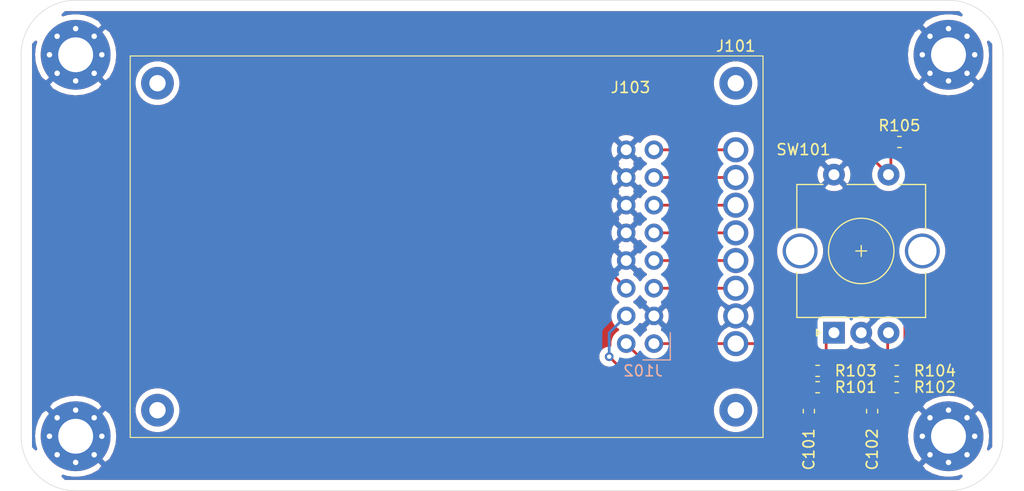
<source format=kicad_pcb>
(kicad_pcb (version 20171130) (host pcbnew 5.1.9-73d0e3b20d~88~ubuntu18.04.1)

  (general
    (thickness 1.6)
    (drawings 10)
    (tracks 51)
    (zones 0)
    (modules 15)
    (nets 14)
  )

  (page A4)
  (layers
    (0 F.Cu signal)
    (31 B.Cu signal)
    (32 B.Adhes user)
    (33 F.Adhes user)
    (34 B.Paste user)
    (35 F.Paste user)
    (36 B.SilkS user)
    (37 F.SilkS user)
    (38 B.Mask user)
    (39 F.Mask user)
    (40 Dwgs.User user)
    (41 Cmts.User user)
    (42 Eco1.User user)
    (43 Eco2.User user)
    (44 Edge.Cuts user)
    (45 Margin user)
    (46 B.CrtYd user)
    (47 F.CrtYd user)
    (48 B.Fab user)
    (49 F.Fab user)
  )

  (setup
    (last_trace_width 0.25)
    (trace_clearance 0.2)
    (zone_clearance 0.508)
    (zone_45_only no)
    (trace_min 0.2)
    (via_size 0.8)
    (via_drill 0.4)
    (via_min_size 0.4)
    (via_min_drill 0.3)
    (uvia_size 0.3)
    (uvia_drill 0.1)
    (uvias_allowed no)
    (uvia_min_size 0.2)
    (uvia_min_drill 0.1)
    (edge_width 0.05)
    (segment_width 0.2)
    (pcb_text_width 0.3)
    (pcb_text_size 1.5 1.5)
    (mod_edge_width 0.12)
    (mod_text_size 1 1)
    (mod_text_width 0.15)
    (pad_size 2.3 2.3)
    (pad_drill 1.5)
    (pad_to_mask_clearance 0)
    (aux_axis_origin 0 0)
    (visible_elements FFFFFF7F)
    (pcbplotparams
      (layerselection 0x010fc_ffffffff)
      (usegerberextensions false)
      (usegerberattributes true)
      (usegerberadvancedattributes true)
      (creategerberjobfile true)
      (excludeedgelayer true)
      (linewidth 0.100000)
      (plotframeref false)
      (viasonmask false)
      (mode 1)
      (useauxorigin false)
      (hpglpennumber 1)
      (hpglpenspeed 20)
      (hpglpendiameter 15.000000)
      (psnegative false)
      (psa4output false)
      (plotreference true)
      (plotvalue true)
      (plotinvisibletext false)
      (padsonsilk false)
      (subtractmaskfromsilk false)
      (outputformat 1)
      (mirror false)
      (drillshape 0)
      (scaleselection 1)
      (outputdirectory "/home/nk/Dokumente/Pick_n_Place/02_Electric/export/Display_Modul/"))
  )

  (net 0 "")
  (net 1 /TIM8_ENC_CH2)
  (net 2 GND)
  (net 3 /TIM8_ENC_CH1)
  (net 4 /DISP_BL)
  (net 5 /DISP_RST)
  (net 6 /DISP_DC)
  (net 7 /DISP_CS)
  (net 8 /DISP_CLK)
  (net 9 /DISP_DIN)
  (net 10 +3V3)
  (net 11 /ENC_BTN)
  (net 12 "Net-(R101-Pad1)")
  (net 13 "Net-(R102-Pad1)")

  (net_class Default "This is the default net class."
    (clearance 0.2)
    (trace_width 0.25)
    (via_dia 0.8)
    (via_drill 0.4)
    (uvia_dia 0.3)
    (uvia_drill 0.1)
    (add_net +3V3)
    (add_net /DISP_BL)
    (add_net /DISP_CLK)
    (add_net /DISP_CS)
    (add_net /DISP_DC)
    (add_net /DISP_DIN)
    (add_net /DISP_RST)
    (add_net /ENC_BTN)
    (add_net /TIM8_ENC_CH1)
    (add_net /TIM8_ENC_CH2)
    (add_net GND)
    (add_net "Net-(R101-Pad1)")
    (add_net "Net-(R102-Pad1)")
  )

  (module ProjectFootprints:Empty (layer F.Cu) (tedit 60192699) (tstamp 601997AE)
    (at 151.35 104.25)
    (path /601D8426)
    (fp_text reference J103 (at -0.5 -1.25) (layer F.SilkS)
      (effects (font (size 1 1) (thickness 0.15)))
    )
    (fp_text value "IPC 16P" (at -0.5 -1.5) (layer F.Fab)
      (effects (font (size 1 1) (thickness 0.15)))
    )
    (fp_line (start 0 0) (end 1 0) (layer Dwgs.User) (width 0.12))
  )

  (module Rotary_Encoder:RotaryEncoder_Alps_EC11E-Switch_Vertical_H20mm_CircularMountingHoles (layer F.Cu) (tedit 5A74C8DD) (tstamp 60186D26)
    (at 169.5 125.5 90)
    (descr "Alps rotary encoder, EC12E... with switch, vertical shaft, mounting holes with circular drills, http://www.alps.com/prod/info/E/HTML/Encoder/Incremental/EC11/EC11E15204A3.html")
    (tags "rotary encoder")
    (path /601CEB2A)
    (fp_text reference SW101 (at 16.8 -2.8 180) (layer F.SilkS)
      (effects (font (size 1 1) (thickness 0.15)))
    )
    (fp_text value Rotary_Encoder_Switch (at 7.5 10.4 90) (layer F.Fab)
      (effects (font (size 1 1) (thickness 0.15)))
    )
    (fp_circle (center 7.5 2.5) (end 10.5 2.5) (layer F.Fab) (width 0.12))
    (fp_circle (center 7.5 2.5) (end 10.5 2.5) (layer F.SilkS) (width 0.12))
    (fp_line (start 16 10.2) (end -1.5 10.2) (layer F.CrtYd) (width 0.05))
    (fp_line (start 16 10.2) (end 16 -5.2) (layer F.CrtYd) (width 0.05))
    (fp_line (start -1.5 -5.2) (end -1.5 10.2) (layer F.CrtYd) (width 0.05))
    (fp_line (start -1.5 -5.2) (end 16 -5.2) (layer F.CrtYd) (width 0.05))
    (fp_line (start 2.5 -3.3) (end 13.5 -3.3) (layer F.Fab) (width 0.12))
    (fp_line (start 13.5 -3.3) (end 13.5 8.3) (layer F.Fab) (width 0.12))
    (fp_line (start 13.5 8.3) (end 1.5 8.3) (layer F.Fab) (width 0.12))
    (fp_line (start 1.5 8.3) (end 1.5 -2.2) (layer F.Fab) (width 0.12))
    (fp_line (start 1.5 -2.2) (end 2.5 -3.3) (layer F.Fab) (width 0.12))
    (fp_line (start 9.5 -3.4) (end 13.6 -3.4) (layer F.SilkS) (width 0.12))
    (fp_line (start 13.6 8.4) (end 9.5 8.4) (layer F.SilkS) (width 0.12))
    (fp_line (start 5.5 8.4) (end 1.4 8.4) (layer F.SilkS) (width 0.12))
    (fp_line (start 5.5 -3.4) (end 1.4 -3.4) (layer F.SilkS) (width 0.12))
    (fp_line (start 1.4 -3.4) (end 1.4 8.4) (layer F.SilkS) (width 0.12))
    (fp_line (start 0 -1.3) (end -0.3 -1.6) (layer F.SilkS) (width 0.12))
    (fp_line (start -0.3 -1.6) (end 0.3 -1.6) (layer F.SilkS) (width 0.12))
    (fp_line (start 0.3 -1.6) (end 0 -1.3) (layer F.SilkS) (width 0.12))
    (fp_line (start 7.5 -0.5) (end 7.5 5.5) (layer F.Fab) (width 0.12))
    (fp_line (start 4.5 2.5) (end 10.5 2.5) (layer F.Fab) (width 0.12))
    (fp_line (start 13.6 -3.4) (end 13.6 -1) (layer F.SilkS) (width 0.12))
    (fp_line (start 13.6 1.2) (end 13.6 3.8) (layer F.SilkS) (width 0.12))
    (fp_line (start 13.6 6) (end 13.6 8.4) (layer F.SilkS) (width 0.12))
    (fp_line (start 7.5 2) (end 7.5 3) (layer F.SilkS) (width 0.12))
    (fp_line (start 7 2.5) (end 8 2.5) (layer F.SilkS) (width 0.12))
    (fp_text user %R (at 11.1 6.3 90) (layer F.Fab)
      (effects (font (size 1 1) (thickness 0.15)))
    )
    (pad A thru_hole rect (at 0 0 90) (size 2 2) (drill 1) (layers *.Cu *.Mask)
      (net 12 "Net-(R101-Pad1)"))
    (pad C thru_hole circle (at 0 2.5 90) (size 2 2) (drill 1) (layers *.Cu *.Mask)
      (net 2 GND))
    (pad B thru_hole circle (at 0 5 90) (size 2 2) (drill 1) (layers *.Cu *.Mask)
      (net 13 "Net-(R102-Pad1)"))
    (pad MP thru_hole circle (at 7.5 -3.1 90) (size 3.2 3.2) (drill 2.6) (layers *.Cu *.Mask))
    (pad MP thru_hole circle (at 7.5 8.1 90) (size 3.2 3.2) (drill 2.6) (layers *.Cu *.Mask))
    (pad S2 thru_hole circle (at 14.5 0 90) (size 2 2) (drill 1) (layers *.Cu *.Mask)
      (net 2 GND))
    (pad S1 thru_hole circle (at 14.5 5 90) (size 2 2) (drill 1) (layers *.Cu *.Mask)
      (net 11 /ENC_BTN))
    (model ${KISYS3DMOD}/Rotary_Encoder.3dshapes/RotaryEncoder_Alps_EC11E-Switch_Vertical_H20mm_CircularMountingHoles.wrl
      (at (xyz 0 0 0))
      (scale (xyz 1 1 1))
      (rotate (xyz 0 0 0))
    )
    (model ${KIPRJMOD}/KiCAD_Library/EC11-THT-20K-thread-blue.step
      (offset (xyz 7.5 -2.5 0))
      (scale (xyz 1 1 1))
      (rotate (xyz 0 0 90))
    )
  )

  (module Resistor_SMD:R_0603_1608Metric (layer F.Cu) (tedit 5B301BBD) (tstamp 60186D00)
    (at 175.5 108 180)
    (descr "Resistor SMD 0603 (1608 Metric), square (rectangular) end terminal, IPC_7351 nominal, (Body size source: http://www.tortai-tech.com/upload/download/2011102023233369053.pdf), generated with kicad-footprint-generator")
    (tags resistor)
    (path /601CEB91)
    (attr smd)
    (fp_text reference R105 (at 0 1.5) (layer F.SilkS)
      (effects (font (size 1 1) (thickness 0.15)))
    )
    (fp_text value 1K (at 0 1.43) (layer F.Fab)
      (effects (font (size 1 1) (thickness 0.15)))
    )
    (fp_line (start 1.48 0.73) (end -1.48 0.73) (layer F.CrtYd) (width 0.05))
    (fp_line (start 1.48 -0.73) (end 1.48 0.73) (layer F.CrtYd) (width 0.05))
    (fp_line (start -1.48 -0.73) (end 1.48 -0.73) (layer F.CrtYd) (width 0.05))
    (fp_line (start -1.48 0.73) (end -1.48 -0.73) (layer F.CrtYd) (width 0.05))
    (fp_line (start -0.162779 0.51) (end 0.162779 0.51) (layer F.SilkS) (width 0.12))
    (fp_line (start -0.162779 -0.51) (end 0.162779 -0.51) (layer F.SilkS) (width 0.12))
    (fp_line (start 0.8 0.4) (end -0.8 0.4) (layer F.Fab) (width 0.1))
    (fp_line (start 0.8 -0.4) (end 0.8 0.4) (layer F.Fab) (width 0.1))
    (fp_line (start -0.8 -0.4) (end 0.8 -0.4) (layer F.Fab) (width 0.1))
    (fp_line (start -0.8 0.4) (end -0.8 -0.4) (layer F.Fab) (width 0.1))
    (fp_text user %R (at 0 0) (layer F.Fab)
      (effects (font (size 0.4 0.4) (thickness 0.06)))
    )
    (pad 2 smd roundrect (at 0.7875 0 180) (size 0.875 0.95) (layers F.Cu F.Paste F.Mask) (roundrect_rratio 0.25)
      (net 11 /ENC_BTN))
    (pad 1 smd roundrect (at -0.7875 0 180) (size 0.875 0.95) (layers F.Cu F.Paste F.Mask) (roundrect_rratio 0.25)
      (net 10 +3V3))
    (model ${KISYS3DMOD}/Resistor_SMD.3dshapes/R_0603_1608Metric.wrl
      (at (xyz 0 0 0))
      (scale (xyz 1 1 1))
      (rotate (xyz 0 0 0))
    )
  )

  (module Resistor_SMD:R_0603_1608Metric (layer F.Cu) (tedit 5B301BBD) (tstamp 60186CEF)
    (at 175.25 129 180)
    (descr "Resistor SMD 0603 (1608 Metric), square (rectangular) end terminal, IPC_7351 nominal, (Body size source: http://www.tortai-tech.com/upload/download/2011102023233369053.pdf), generated with kicad-footprint-generator")
    (tags resistor)
    (path /601CEB51)
    (attr smd)
    (fp_text reference R104 (at -3.5 0) (layer F.SilkS)
      (effects (font (size 1 1) (thickness 0.15)))
    )
    (fp_text value 1K (at 0 1.43) (layer F.Fab)
      (effects (font (size 1 1) (thickness 0.15)))
    )
    (fp_line (start 1.48 0.73) (end -1.48 0.73) (layer F.CrtYd) (width 0.05))
    (fp_line (start 1.48 -0.73) (end 1.48 0.73) (layer F.CrtYd) (width 0.05))
    (fp_line (start -1.48 -0.73) (end 1.48 -0.73) (layer F.CrtYd) (width 0.05))
    (fp_line (start -1.48 0.73) (end -1.48 -0.73) (layer F.CrtYd) (width 0.05))
    (fp_line (start -0.162779 0.51) (end 0.162779 0.51) (layer F.SilkS) (width 0.12))
    (fp_line (start -0.162779 -0.51) (end 0.162779 -0.51) (layer F.SilkS) (width 0.12))
    (fp_line (start 0.8 0.4) (end -0.8 0.4) (layer F.Fab) (width 0.1))
    (fp_line (start 0.8 -0.4) (end 0.8 0.4) (layer F.Fab) (width 0.1))
    (fp_line (start -0.8 -0.4) (end 0.8 -0.4) (layer F.Fab) (width 0.1))
    (fp_line (start -0.8 0.4) (end -0.8 -0.4) (layer F.Fab) (width 0.1))
    (fp_text user %R (at 0 0) (layer F.Fab)
      (effects (font (size 0.4 0.4) (thickness 0.06)))
    )
    (pad 2 smd roundrect (at 0.7875 0 180) (size 0.875 0.95) (layers F.Cu F.Paste F.Mask) (roundrect_rratio 0.25)
      (net 13 "Net-(R102-Pad1)"))
    (pad 1 smd roundrect (at -0.7875 0 180) (size 0.875 0.95) (layers F.Cu F.Paste F.Mask) (roundrect_rratio 0.25)
      (net 10 +3V3))
    (model ${KISYS3DMOD}/Resistor_SMD.3dshapes/R_0603_1608Metric.wrl
      (at (xyz 0 0 0))
      (scale (xyz 1 1 1))
      (rotate (xyz 0 0 0))
    )
  )

  (module Resistor_SMD:R_0603_1608Metric (layer F.Cu) (tedit 5B301BBD) (tstamp 60186CDE)
    (at 168 129)
    (descr "Resistor SMD 0603 (1608 Metric), square (rectangular) end terminal, IPC_7351 nominal, (Body size source: http://www.tortai-tech.com/upload/download/2011102023233369053.pdf), generated with kicad-footprint-generator")
    (tags resistor)
    (path /601CEB41)
    (attr smd)
    (fp_text reference R103 (at 3.5 0) (layer F.SilkS)
      (effects (font (size 1 1) (thickness 0.15)))
    )
    (fp_text value 1K (at 0 1.43) (layer F.Fab)
      (effects (font (size 1 1) (thickness 0.15)))
    )
    (fp_line (start 1.48 0.73) (end -1.48 0.73) (layer F.CrtYd) (width 0.05))
    (fp_line (start 1.48 -0.73) (end 1.48 0.73) (layer F.CrtYd) (width 0.05))
    (fp_line (start -1.48 -0.73) (end 1.48 -0.73) (layer F.CrtYd) (width 0.05))
    (fp_line (start -1.48 0.73) (end -1.48 -0.73) (layer F.CrtYd) (width 0.05))
    (fp_line (start -0.162779 0.51) (end 0.162779 0.51) (layer F.SilkS) (width 0.12))
    (fp_line (start -0.162779 -0.51) (end 0.162779 -0.51) (layer F.SilkS) (width 0.12))
    (fp_line (start 0.8 0.4) (end -0.8 0.4) (layer F.Fab) (width 0.1))
    (fp_line (start 0.8 -0.4) (end 0.8 0.4) (layer F.Fab) (width 0.1))
    (fp_line (start -0.8 -0.4) (end 0.8 -0.4) (layer F.Fab) (width 0.1))
    (fp_line (start -0.8 0.4) (end -0.8 -0.4) (layer F.Fab) (width 0.1))
    (fp_text user %R (at 0 0) (layer F.Fab)
      (effects (font (size 0.4 0.4) (thickness 0.06)))
    )
    (pad 2 smd roundrect (at 0.7875 0) (size 0.875 0.95) (layers F.Cu F.Paste F.Mask) (roundrect_rratio 0.25)
      (net 12 "Net-(R101-Pad1)"))
    (pad 1 smd roundrect (at -0.7875 0) (size 0.875 0.95) (layers F.Cu F.Paste F.Mask) (roundrect_rratio 0.25)
      (net 10 +3V3))
    (model ${KISYS3DMOD}/Resistor_SMD.3dshapes/R_0603_1608Metric.wrl
      (at (xyz 0 0 0))
      (scale (xyz 1 1 1))
      (rotate (xyz 0 0 0))
    )
  )

  (module Resistor_SMD:R_0603_1608Metric (layer F.Cu) (tedit 5B301BBD) (tstamp 60186CCD)
    (at 175.25 130.5)
    (descr "Resistor SMD 0603 (1608 Metric), square (rectangular) end terminal, IPC_7351 nominal, (Body size source: http://www.tortai-tech.com/upload/download/2011102023233369053.pdf), generated with kicad-footprint-generator")
    (tags resistor)
    (path /601CEB61)
    (attr smd)
    (fp_text reference R102 (at 3.5 0) (layer F.SilkS)
      (effects (font (size 1 1) (thickness 0.15)))
    )
    (fp_text value 10K (at 0 0) (layer F.Fab)
      (effects (font (size 1 1) (thickness 0.15)))
    )
    (fp_line (start 1.48 0.73) (end -1.48 0.73) (layer F.CrtYd) (width 0.05))
    (fp_line (start 1.48 -0.73) (end 1.48 0.73) (layer F.CrtYd) (width 0.05))
    (fp_line (start -1.48 -0.73) (end 1.48 -0.73) (layer F.CrtYd) (width 0.05))
    (fp_line (start -1.48 0.73) (end -1.48 -0.73) (layer F.CrtYd) (width 0.05))
    (fp_line (start -0.162779 0.51) (end 0.162779 0.51) (layer F.SilkS) (width 0.12))
    (fp_line (start -0.162779 -0.51) (end 0.162779 -0.51) (layer F.SilkS) (width 0.12))
    (fp_line (start 0.8 0.4) (end -0.8 0.4) (layer F.Fab) (width 0.1))
    (fp_line (start 0.8 -0.4) (end 0.8 0.4) (layer F.Fab) (width 0.1))
    (fp_line (start -0.8 -0.4) (end 0.8 -0.4) (layer F.Fab) (width 0.1))
    (fp_line (start -0.8 0.4) (end -0.8 -0.4) (layer F.Fab) (width 0.1))
    (fp_text user %R (at 0 0) (layer F.Fab)
      (effects (font (size 0.4 0.4) (thickness 0.06)))
    )
    (pad 2 smd roundrect (at 0.7875 0) (size 0.875 0.95) (layers F.Cu F.Paste F.Mask) (roundrect_rratio 0.25)
      (net 3 /TIM8_ENC_CH1))
    (pad 1 smd roundrect (at -0.7875 0) (size 0.875 0.95) (layers F.Cu F.Paste F.Mask) (roundrect_rratio 0.25)
      (net 13 "Net-(R102-Pad1)"))
    (model ${KISYS3DMOD}/Resistor_SMD.3dshapes/R_0603_1608Metric.wrl
      (at (xyz 0 0 0))
      (scale (xyz 1 1 1))
      (rotate (xyz 0 0 0))
    )
  )

  (module Resistor_SMD:R_0603_1608Metric (layer F.Cu) (tedit 5B301BBD) (tstamp 60186CBC)
    (at 168 130.5 180)
    (descr "Resistor SMD 0603 (1608 Metric), square (rectangular) end terminal, IPC_7351 nominal, (Body size source: http://www.tortai-tech.com/upload/download/2011102023233369053.pdf), generated with kicad-footprint-generator")
    (tags resistor)
    (path /601CEB68)
    (attr smd)
    (fp_text reference R101 (at -3.5 0) (layer F.SilkS)
      (effects (font (size 1 1) (thickness 0.15)))
    )
    (fp_text value 10K (at 0 1.43) (layer F.Fab)
      (effects (font (size 1 1) (thickness 0.15)))
    )
    (fp_line (start 1.48 0.73) (end -1.48 0.73) (layer F.CrtYd) (width 0.05))
    (fp_line (start 1.48 -0.73) (end 1.48 0.73) (layer F.CrtYd) (width 0.05))
    (fp_line (start -1.48 -0.73) (end 1.48 -0.73) (layer F.CrtYd) (width 0.05))
    (fp_line (start -1.48 0.73) (end -1.48 -0.73) (layer F.CrtYd) (width 0.05))
    (fp_line (start -0.162779 0.51) (end 0.162779 0.51) (layer F.SilkS) (width 0.12))
    (fp_line (start -0.162779 -0.51) (end 0.162779 -0.51) (layer F.SilkS) (width 0.12))
    (fp_line (start 0.8 0.4) (end -0.8 0.4) (layer F.Fab) (width 0.1))
    (fp_line (start 0.8 -0.4) (end 0.8 0.4) (layer F.Fab) (width 0.1))
    (fp_line (start -0.8 -0.4) (end 0.8 -0.4) (layer F.Fab) (width 0.1))
    (fp_line (start -0.8 0.4) (end -0.8 -0.4) (layer F.Fab) (width 0.1))
    (fp_text user %R (at 0 0) (layer F.Fab)
      (effects (font (size 0.4 0.4) (thickness 0.06)))
    )
    (pad 2 smd roundrect (at 0.7875 0 180) (size 0.875 0.95) (layers F.Cu F.Paste F.Mask) (roundrect_rratio 0.25)
      (net 1 /TIM8_ENC_CH2))
    (pad 1 smd roundrect (at -0.7875 0 180) (size 0.875 0.95) (layers F.Cu F.Paste F.Mask) (roundrect_rratio 0.25)
      (net 12 "Net-(R101-Pad1)"))
    (model ${KISYS3DMOD}/Resistor_SMD.3dshapes/R_0603_1608Metric.wrl
      (at (xyz 0 0 0))
      (scale (xyz 1 1 1))
      (rotate (xyz 0 0 0))
    )
  )

  (module ProjectFootprints:DisplayConnector (layer B.Cu) (tedit 6018680F) (tstamp 60186CAB)
    (at 153 126.5 180)
    (path /6021F587)
    (fp_text reference J102 (at 1 -2.5) (layer B.SilkS)
      (effects (font (size 1 1) (thickness 0.15)) (justify mirror))
    )
    (fp_text value Conn_02x08_Counter_Clockwise (at 0 0.5) (layer B.Fab)
      (effects (font (size 1 1) (thickness 0.15)) (justify mirror))
    )
    (pad 16 thru_hole circle (at 2.54 0 180) (size 1.7 1.7) (drill 1) (layers *.Cu *.Mask)
      (net 1 /TIM8_ENC_CH2))
    (pad 15 thru_hole circle (at 2.54 2.54 180) (size 1.7 1.7) (drill 1) (layers *.Cu *.Mask)
      (net 3 /TIM8_ENC_CH1))
    (pad 14 thru_hole circle (at 2.54 5.08 180) (size 1.7 1.7) (drill 1) (layers *.Cu *.Mask)
      (net 11 /ENC_BTN))
    (pad 13 thru_hole circle (at 2.54 7.62 180) (size 1.7 1.7) (drill 1) (layers *.Cu *.Mask)
      (net 2 GND))
    (pad 12 thru_hole circle (at 2.54 10.16 180) (size 1.7 1.7) (drill 1) (layers *.Cu *.Mask)
      (net 2 GND))
    (pad 11 thru_hole circle (at 2.54 12.7 180) (size 1.7 1.7) (drill 1) (layers *.Cu *.Mask)
      (net 2 GND))
    (pad 10 thru_hole circle (at 2.54 15.24 180) (size 1.7 1.7) (drill 1) (layers *.Cu *.Mask)
      (net 2 GND))
    (pad 9 thru_hole circle (at 2.54 17.78 180) (size 1.7 1.7) (drill 1) (layers *.Cu *.Mask)
      (net 2 GND))
    (pad 8 thru_hole circle (at 0 17.78 180) (size 1.7 1.7) (drill 1) (layers *.Cu *.Mask)
      (net 4 /DISP_BL))
    (pad 7 thru_hole circle (at 0 15.24 180) (size 1.7 1.7) (drill 1) (layers *.Cu *.Mask)
      (net 5 /DISP_RST))
    (pad 6 thru_hole circle (at 0 12.7 180) (size 1.7 1.7) (drill 1) (layers *.Cu *.Mask)
      (net 6 /DISP_DC))
    (pad 5 thru_hole circle (at 0 10.16 180) (size 1.7 1.7) (drill 1) (layers *.Cu *.Mask)
      (net 7 /DISP_CS))
    (pad 4 thru_hole circle (at 0 7.62 180) (size 1.7 1.7) (drill 1) (layers *.Cu *.Mask)
      (net 8 /DISP_CLK))
    (pad 3 thru_hole circle (at 0 5.08 180) (size 1.7 1.7) (drill 1) (layers *.Cu *.Mask)
      (net 9 /DISP_DIN))
    (pad 2 thru_hole circle (at 0 2.54 180) (size 1.7 1.7) (drill 1) (layers *.Cu *.Mask)
      (net 2 GND))
    (pad 1 thru_hole circle (at 0 0 180) (size 1.7 1.7) (drill 1) (layers *.Cu *.Mask)
      (net 10 +3V3))
  )

  (module ProjectFootprints:ST7789_Waveshare (layer F.Cu) (tedit 6018697E) (tstamp 60186C97)
    (at 160.5 126.5)
    (path /601D01F5)
    (fp_text reference J101 (at 0 -27.3) (layer F.SilkS)
      (effects (font (size 1 1) (thickness 0.15)))
    )
    (fp_text value Conn_01x08_Male (at -5 7.5) (layer F.Fab)
      (effects (font (size 1 1) (thickness 0.15)))
    )
    (fp_line (start 2.5 8.61) (end 2.5 -26.39) (layer F.SilkS) (width 0.1))
    (fp_line (start -55.5 8.61) (end 2.5 8.61) (layer F.SilkS) (width 0.1))
    (fp_line (start -55.5 -26.39) (end -55.5 8.61) (layer F.SilkS) (width 0.1))
    (fp_line (start 2.5 -26.39) (end -55.5 -26.39) (layer F.SilkS) (width 0.1))
    (pad "" np_thru_hole circle (at -53 6.11) (size 3 3) (drill 1.5) (layers *.Cu *.Mask))
    (pad "" np_thru_hole circle (at 0 6.11) (size 3 3) (drill 1.5) (layers *.Cu *.Mask))
    (pad "" np_thru_hole circle (at -53 -23.89) (size 3 3) (drill 1.5) (layers *.Cu *.Mask))
    (pad "" np_thru_hole circle (at 0 -23.89) (size 3 3) (drill 1.5) (layers *.Cu *.Mask))
    (pad 8 thru_hole circle (at 0 -17.78) (size 2.3 2.3) (drill 1.5) (layers *.Cu *.Mask)
      (net 4 /DISP_BL))
    (pad 7 thru_hole circle (at 0 -15.24) (size 2.3 2.3) (drill 1.5) (layers *.Cu *.Mask)
      (net 5 /DISP_RST))
    (pad 6 thru_hole circle (at 0 -12.7) (size 2.3 2.3) (drill 1.5) (layers *.Cu *.Mask)
      (net 6 /DISP_DC))
    (pad 5 thru_hole circle (at 0 -10.16) (size 2.3 2.3) (drill 1.5) (layers *.Cu *.Mask)
      (net 7 /DISP_CS))
    (pad 4 thru_hole circle (at 0 -7.62) (size 2.3 2.3) (drill 1.5) (layers *.Cu *.Mask)
      (net 8 /DISP_CLK))
    (pad 3 thru_hole circle (at 0 -5.08) (size 2.3 2.3) (drill 1.5) (layers *.Cu *.Mask)
      (net 9 /DISP_DIN))
    (pad 2 thru_hole circle (at 0 -2.54) (size 2.3 2.3) (drill 1.5) (layers *.Cu *.Mask)
      (net 2 GND))
    (pad 1 thru_hole circle (at 0 0) (size 2.3 2.3) (drill 1.5) (layers *.Cu *.Mask)
      (net 10 +3V3))
    (model ${KIPRJMOD}/KiCAD_Library/1018a.stp
      (offset (xyz -26.5 8.75 8.300000000000001))
      (scale (xyz 1 1 1))
      (rotate (xyz 0 180 0))
    )
  )

  (module MountingHole:MountingHole_3.2mm_M3_Pad_Via (layer F.Cu) (tedit 56DDBCCA) (tstamp 60186C83)
    (at 100 135)
    (descr "Mounting Hole 3.2mm, M3")
    (tags "mounting hole 3.2mm m3")
    (path /6018893C)
    (attr virtual)
    (fp_text reference H104 (at 0 -4.2) (layer F.SilkS) hide
      (effects (font (size 1 1) (thickness 0.15)))
    )
    (fp_text value MountingHole_Pad (at 0 4.2) (layer F.Fab)
      (effects (font (size 1 1) (thickness 0.15)))
    )
    (fp_circle (center 0 0) (end 3.45 0) (layer F.CrtYd) (width 0.05))
    (fp_circle (center 0 0) (end 3.2 0) (layer Cmts.User) (width 0.15))
    (fp_text user %R (at 0.3 0) (layer F.Fab)
      (effects (font (size 1 1) (thickness 0.15)))
    )
    (pad 1 thru_hole circle (at 1.697056 -1.697056) (size 0.8 0.8) (drill 0.5) (layers *.Cu *.Mask)
      (net 2 GND))
    (pad 1 thru_hole circle (at 0 -2.4) (size 0.8 0.8) (drill 0.5) (layers *.Cu *.Mask)
      (net 2 GND))
    (pad 1 thru_hole circle (at -1.697056 -1.697056) (size 0.8 0.8) (drill 0.5) (layers *.Cu *.Mask)
      (net 2 GND))
    (pad 1 thru_hole circle (at -2.4 0) (size 0.8 0.8) (drill 0.5) (layers *.Cu *.Mask)
      (net 2 GND))
    (pad 1 thru_hole circle (at -1.697056 1.697056) (size 0.8 0.8) (drill 0.5) (layers *.Cu *.Mask)
      (net 2 GND))
    (pad 1 thru_hole circle (at 0 2.4) (size 0.8 0.8) (drill 0.5) (layers *.Cu *.Mask)
      (net 2 GND))
    (pad 1 thru_hole circle (at 1.697056 1.697056) (size 0.8 0.8) (drill 0.5) (layers *.Cu *.Mask)
      (net 2 GND))
    (pad 1 thru_hole circle (at 2.4 0) (size 0.8 0.8) (drill 0.5) (layers *.Cu *.Mask)
      (net 2 GND))
    (pad 1 thru_hole circle (at 0 0) (size 6.4 6.4) (drill 3.2) (layers *.Cu *.Mask)
      (net 2 GND))
  )

  (module MountingHole:MountingHole_3.2mm_M3_Pad_Via (layer F.Cu) (tedit 56DDBCCA) (tstamp 60186C73)
    (at 180 135)
    (descr "Mounting Hole 3.2mm, M3")
    (tags "mounting hole 3.2mm m3")
    (path /6018869A)
    (attr virtual)
    (fp_text reference H103 (at -79.4 -4) (layer F.SilkS) hide
      (effects (font (size 1 1) (thickness 0.15)))
    )
    (fp_text value MountingHole_Pad (at 0 4.2) (layer F.Fab)
      (effects (font (size 1 1) (thickness 0.15)))
    )
    (fp_circle (center 0 0) (end 3.45 0) (layer F.CrtYd) (width 0.05))
    (fp_circle (center 0 0) (end 3.2 0) (layer Cmts.User) (width 0.15))
    (fp_text user %R (at 0.3 0) (layer F.Fab)
      (effects (font (size 1 1) (thickness 0.15)))
    )
    (pad 1 thru_hole circle (at 1.697056 -1.697056) (size 0.8 0.8) (drill 0.5) (layers *.Cu *.Mask)
      (net 2 GND))
    (pad 1 thru_hole circle (at 0 -2.4) (size 0.8 0.8) (drill 0.5) (layers *.Cu *.Mask)
      (net 2 GND))
    (pad 1 thru_hole circle (at -1.697056 -1.697056) (size 0.8 0.8) (drill 0.5) (layers *.Cu *.Mask)
      (net 2 GND))
    (pad 1 thru_hole circle (at -2.4 0) (size 0.8 0.8) (drill 0.5) (layers *.Cu *.Mask)
      (net 2 GND))
    (pad 1 thru_hole circle (at -1.697056 1.697056) (size 0.8 0.8) (drill 0.5) (layers *.Cu *.Mask)
      (net 2 GND))
    (pad 1 thru_hole circle (at 0 2.4) (size 0.8 0.8) (drill 0.5) (layers *.Cu *.Mask)
      (net 2 GND))
    (pad 1 thru_hole circle (at 1.697056 1.697056) (size 0.8 0.8) (drill 0.5) (layers *.Cu *.Mask)
      (net 2 GND))
    (pad 1 thru_hole circle (at 2.4 0) (size 0.8 0.8) (drill 0.5) (layers *.Cu *.Mask)
      (net 2 GND))
    (pad 1 thru_hole circle (at 0 0) (size 6.4 6.4) (drill 3.2) (layers *.Cu *.Mask)
      (net 2 GND))
  )

  (module MountingHole:MountingHole_3.2mm_M3_Pad_Via (layer F.Cu) (tedit 56DDBCCA) (tstamp 60186C63)
    (at 180 100)
    (descr "Mounting Hole 3.2mm, M3")
    (tags "mounting hole 3.2mm m3")
    (path /60188555)
    (attr virtual)
    (fp_text reference H102 (at 0 -4.2) (layer F.SilkS) hide
      (effects (font (size 1 1) (thickness 0.15)))
    )
    (fp_text value MountingHole_Pad (at 0 4.2) (layer F.Fab)
      (effects (font (size 1 1) (thickness 0.15)))
    )
    (fp_circle (center 0 0) (end 3.45 0) (layer F.CrtYd) (width 0.05))
    (fp_circle (center 0 0) (end 3.2 0) (layer Cmts.User) (width 0.15))
    (fp_text user %R (at 0.3 0) (layer F.Fab)
      (effects (font (size 1 1) (thickness 0.15)))
    )
    (pad 1 thru_hole circle (at 1.697056 -1.697056) (size 0.8 0.8) (drill 0.5) (layers *.Cu *.Mask)
      (net 2 GND))
    (pad 1 thru_hole circle (at 0 -2.4) (size 0.8 0.8) (drill 0.5) (layers *.Cu *.Mask)
      (net 2 GND))
    (pad 1 thru_hole circle (at -1.697056 -1.697056) (size 0.8 0.8) (drill 0.5) (layers *.Cu *.Mask)
      (net 2 GND))
    (pad 1 thru_hole circle (at -2.4 0) (size 0.8 0.8) (drill 0.5) (layers *.Cu *.Mask)
      (net 2 GND))
    (pad 1 thru_hole circle (at -1.697056 1.697056) (size 0.8 0.8) (drill 0.5) (layers *.Cu *.Mask)
      (net 2 GND))
    (pad 1 thru_hole circle (at 0 2.4) (size 0.8 0.8) (drill 0.5) (layers *.Cu *.Mask)
      (net 2 GND))
    (pad 1 thru_hole circle (at 1.697056 1.697056) (size 0.8 0.8) (drill 0.5) (layers *.Cu *.Mask)
      (net 2 GND))
    (pad 1 thru_hole circle (at 2.4 0) (size 0.8 0.8) (drill 0.5) (layers *.Cu *.Mask)
      (net 2 GND))
    (pad 1 thru_hole circle (at 0 0) (size 6.4 6.4) (drill 3.2) (layers *.Cu *.Mask)
      (net 2 GND))
  )

  (module MountingHole:MountingHole_3.2mm_M3_Pad_Via (layer F.Cu) (tedit 56DDBCCA) (tstamp 60186C53)
    (at 100 100)
    (descr "Mounting Hole 3.2mm, M3")
    (tags "mounting hole 3.2mm m3")
    (path /60187794)
    (attr virtual)
    (fp_text reference H101 (at 0 -4.2) (layer F.SilkS) hide
      (effects (font (size 1 1) (thickness 0.15)))
    )
    (fp_text value MountingHole_Pad (at 0 4.2) (layer F.Fab)
      (effects (font (size 1 1) (thickness 0.15)))
    )
    (fp_circle (center 0 0) (end 3.45 0) (layer F.CrtYd) (width 0.05))
    (fp_circle (center 0 0) (end 3.2 0) (layer Cmts.User) (width 0.15))
    (fp_text user %R (at 0.3 0) (layer F.Fab)
      (effects (font (size 1 1) (thickness 0.15)))
    )
    (pad 1 thru_hole circle (at 1.697056 -1.697056) (size 0.8 0.8) (drill 0.5) (layers *.Cu *.Mask)
      (net 2 GND))
    (pad 1 thru_hole circle (at 0 -2.4) (size 0.8 0.8) (drill 0.5) (layers *.Cu *.Mask)
      (net 2 GND))
    (pad 1 thru_hole circle (at -1.697056 -1.697056) (size 0.8 0.8) (drill 0.5) (layers *.Cu *.Mask)
      (net 2 GND))
    (pad 1 thru_hole circle (at -2.4 0) (size 0.8 0.8) (drill 0.5) (layers *.Cu *.Mask)
      (net 2 GND))
    (pad 1 thru_hole circle (at -1.697056 1.697056) (size 0.8 0.8) (drill 0.5) (layers *.Cu *.Mask)
      (net 2 GND))
    (pad 1 thru_hole circle (at 0 2.4) (size 0.8 0.8) (drill 0.5) (layers *.Cu *.Mask)
      (net 2 GND))
    (pad 1 thru_hole circle (at 1.697056 1.697056) (size 0.8 0.8) (drill 0.5) (layers *.Cu *.Mask)
      (net 2 GND))
    (pad 1 thru_hole circle (at 2.4 0) (size 0.8 0.8) (drill 0.5) (layers *.Cu *.Mask)
      (net 2 GND))
    (pad 1 thru_hole circle (at 0 0) (size 6.4 6.4) (drill 3.2) (layers *.Cu *.Mask)
      (net 2 GND))
  )

  (module Capacitor_SMD:C_0603_1608Metric (layer F.Cu) (tedit 5B301BBE) (tstamp 60186C43)
    (at 173 132.7 270)
    (descr "Capacitor SMD 0603 (1608 Metric), square (rectangular) end terminal, IPC_7351 nominal, (Body size source: http://www.tortai-tech.com/upload/download/2011102023233369053.pdf), generated with kicad-footprint-generator")
    (tags capacitor)
    (path /601CEB76)
    (attr smd)
    (fp_text reference C102 (at 3.5 0 90) (layer F.SilkS)
      (effects (font (size 1 1) (thickness 0.15)))
    )
    (fp_text value 100n (at 0 1.43 90) (layer F.Fab)
      (effects (font (size 1 1) (thickness 0.15)))
    )
    (fp_line (start 1.48 0.73) (end -1.48 0.73) (layer F.CrtYd) (width 0.05))
    (fp_line (start 1.48 -0.73) (end 1.48 0.73) (layer F.CrtYd) (width 0.05))
    (fp_line (start -1.48 -0.73) (end 1.48 -0.73) (layer F.CrtYd) (width 0.05))
    (fp_line (start -1.48 0.73) (end -1.48 -0.73) (layer F.CrtYd) (width 0.05))
    (fp_line (start -0.162779 0.51) (end 0.162779 0.51) (layer F.SilkS) (width 0.12))
    (fp_line (start -0.162779 -0.51) (end 0.162779 -0.51) (layer F.SilkS) (width 0.12))
    (fp_line (start 0.8 0.4) (end -0.8 0.4) (layer F.Fab) (width 0.1))
    (fp_line (start 0.8 -0.4) (end 0.8 0.4) (layer F.Fab) (width 0.1))
    (fp_line (start -0.8 -0.4) (end 0.8 -0.4) (layer F.Fab) (width 0.1))
    (fp_line (start -0.8 0.4) (end -0.8 -0.4) (layer F.Fab) (width 0.1))
    (fp_text user %R (at 0 0 90) (layer F.Fab)
      (effects (font (size 0.4 0.4) (thickness 0.06)))
    )
    (pad 2 smd roundrect (at 0.7875 0 270) (size 0.875 0.95) (layers F.Cu F.Paste F.Mask) (roundrect_rratio 0.25)
      (net 2 GND))
    (pad 1 smd roundrect (at -0.7875 0 270) (size 0.875 0.95) (layers F.Cu F.Paste F.Mask) (roundrect_rratio 0.25)
      (net 3 /TIM8_ENC_CH1))
    (model ${KISYS3DMOD}/Capacitor_SMD.3dshapes/C_0603_1608Metric.wrl
      (at (xyz 0 0 0))
      (scale (xyz 1 1 1))
      (rotate (xyz 0 0 0))
    )
  )

  (module Capacitor_SMD:C_0603_1608Metric (layer F.Cu) (tedit 5B301BBE) (tstamp 60186C32)
    (at 167.2 132.7 90)
    (descr "Capacitor SMD 0603 (1608 Metric), square (rectangular) end terminal, IPC_7351 nominal, (Body size source: http://www.tortai-tech.com/upload/download/2011102023233369053.pdf), generated with kicad-footprint-generator")
    (tags capacitor)
    (path /601CEB6F)
    (attr smd)
    (fp_text reference C101 (at -3.5 0 90) (layer F.SilkS)
      (effects (font (size 1 1) (thickness 0.15)))
    )
    (fp_text value 100n (at 0 1.43 90) (layer F.Fab)
      (effects (font (size 1 1) (thickness 0.15)))
    )
    (fp_line (start 1.48 0.73) (end -1.48 0.73) (layer F.CrtYd) (width 0.05))
    (fp_line (start 1.48 -0.73) (end 1.48 0.73) (layer F.CrtYd) (width 0.05))
    (fp_line (start -1.48 -0.73) (end 1.48 -0.73) (layer F.CrtYd) (width 0.05))
    (fp_line (start -1.48 0.73) (end -1.48 -0.73) (layer F.CrtYd) (width 0.05))
    (fp_line (start -0.162779 0.51) (end 0.162779 0.51) (layer F.SilkS) (width 0.12))
    (fp_line (start -0.162779 -0.51) (end 0.162779 -0.51) (layer F.SilkS) (width 0.12))
    (fp_line (start 0.8 0.4) (end -0.8 0.4) (layer F.Fab) (width 0.1))
    (fp_line (start 0.8 -0.4) (end 0.8 0.4) (layer F.Fab) (width 0.1))
    (fp_line (start -0.8 -0.4) (end 0.8 -0.4) (layer F.Fab) (width 0.1))
    (fp_line (start -0.8 0.4) (end -0.8 -0.4) (layer F.Fab) (width 0.1))
    (fp_text user %R (at 0 0 90) (layer F.Fab)
      (effects (font (size 0.4 0.4) (thickness 0.06)))
    )
    (pad 2 smd roundrect (at 0.7875 0 90) (size 0.875 0.95) (layers F.Cu F.Paste F.Mask) (roundrect_rratio 0.25)
      (net 1 /TIM8_ENC_CH2))
    (pad 1 smd roundrect (at -0.7875 0 90) (size 0.875 0.95) (layers F.Cu F.Paste F.Mask) (roundrect_rratio 0.25)
      (net 2 GND))
    (model ${KISYS3DMOD}/Capacitor_SMD.3dshapes/C_0603_1608Metric.wrl
      (at (xyz 0 0 0))
      (scale (xyz 1 1 1))
      (rotate (xyz 0 0 0))
    )
  )

  (gr_line (start 154.5 128) (end 154.5 125.5) (layer B.SilkS) (width 0.12))
  (gr_line (start 152 128) (end 154.5 128) (layer B.SilkS) (width 0.12))
  (gr_arc (start 100 135) (end 95 135) (angle -90) (layer Edge.Cuts) (width 0.05))
  (gr_arc (start 180 135) (end 180 140) (angle -90) (layer Edge.Cuts) (width 0.05))
  (gr_arc (start 180 100) (end 185 100) (angle -90) (layer Edge.Cuts) (width 0.05))
  (gr_arc (start 100 100) (end 100 95) (angle -90) (layer Edge.Cuts) (width 0.05))
  (gr_line (start 95 135) (end 95 100) (layer Edge.Cuts) (width 0.05) (tstamp 601875FF))
  (gr_line (start 180 140) (end 100 140) (layer Edge.Cuts) (width 0.05))
  (gr_line (start 185 100) (end 185 135) (layer Edge.Cuts) (width 0.05))
  (gr_line (start 100 95) (end 180 95) (layer Edge.Cuts) (width 0.05))

  (segment (start 152.36 128.4) (end 150.46 126.5) (width 0.25) (layer F.Cu) (net 1))
  (segment (start 164.3 128.4) (end 152.36 128.4) (width 0.25) (layer F.Cu) (net 1))
  (segment (start 167.2125 130.5) (end 166.4 130.5) (width 0.25) (layer F.Cu) (net 1))
  (segment (start 166.4 130.5) (end 164.3 128.4) (width 0.25) (layer F.Cu) (net 1))
  (segment (start 167.2 130.5125) (end 167.2125 130.5) (width 0.25) (layer F.Cu) (net 1))
  (segment (start 167.2 131.9125) (end 167.2 130.5125) (width 0.25) (layer F.Cu) (net 1))
  (via (at 148.9 127.7) (size 0.8) (drill 0.4) (layers F.Cu B.Cu) (net 3))
  (segment (start 148.9 125.52) (end 150.46 123.96) (width 0.25) (layer B.Cu) (net 3))
  (segment (start 148.9 127.7) (end 148.9 125.52) (width 0.25) (layer B.Cu) (net 3))
  (segment (start 150.6 129.4) (end 148.9 127.7) (width 0.25) (layer F.Cu) (net 3))
  (segment (start 162.7 129.4) (end 150.6 129.4) (width 0.25) (layer F.Cu) (net 3))
  (segment (start 166.87501 132.67501) (end 165.97501 132.67501) (width 0.25) (layer F.Cu) (net 3))
  (segment (start 166.9 132.7) (end 166.87501 132.67501) (width 0.25) (layer F.Cu) (net 3))
  (segment (start 165.97501 132.67501) (end 162.7 129.4) (width 0.25) (layer F.Cu) (net 3))
  (segment (start 173 131.9125) (end 172.7875 131.9125) (width 0.25) (layer F.Cu) (net 3))
  (segment (start 172.7875 131.9125) (end 172 132.7) (width 0.25) (layer F.Cu) (net 3))
  (segment (start 172 132.7) (end 166.9 132.7) (width 0.25) (layer F.Cu) (net 3))
  (segment (start 173.0875 132) (end 173 131.9125) (width 0.25) (layer F.Cu) (net 3))
  (segment (start 176.0375 130.5) (end 174.5375 132) (width 0.25) (layer F.Cu) (net 3))
  (segment (start 174.5375 132) (end 173.0875 132) (width 0.25) (layer F.Cu) (net 3))
  (segment (start 153 108.72) (end 160.5 108.72) (width 0.25) (layer F.Cu) (net 4))
  (segment (start 160.5 111.26) (end 153 111.26) (width 0.25) (layer F.Cu) (net 5))
  (segment (start 153 113.8) (end 160.5 113.8) (width 0.25) (layer F.Cu) (net 6))
  (segment (start 160.5 116.34) (end 153 116.34) (width 0.25) (layer F.Cu) (net 7))
  (segment (start 153 118.88) (end 160.5 118.88) (width 0.25) (layer F.Cu) (net 8))
  (segment (start 160.5 121.42) (end 153 121.42) (width 0.25) (layer F.Cu) (net 9))
  (segment (start 160.5 126.5) (end 153 126.5) (width 0.25) (layer F.Cu) (net 10))
  (segment (start 175.1 123.2) (end 176 124.1) (width 0.25) (layer F.Cu) (net 10))
  (segment (start 176 124.1) (end 176 129) (width 0.25) (layer F.Cu) (net 10))
  (segment (start 168 123.2) (end 175.1 123.2) (width 0.25) (layer F.Cu) (net 10))
  (segment (start 167.2125 129) (end 167.2125 123.9875) (width 0.25) (layer F.Cu) (net 10))
  (segment (start 167.2125 123.9875) (end 168 123.2) (width 0.25) (layer F.Cu) (net 10))
  (segment (start 164.7125 126.5) (end 160.5 126.5) (width 0.25) (layer F.Cu) (net 10))
  (segment (start 167.2125 129) (end 164.7125 126.5) (width 0.25) (layer F.Cu) (net 10))
  (segment (start 175.1 123.2) (end 175.1 114.7) (width 0.25) (layer F.Cu) (net 10))
  (segment (start 176.2875 113.5125) (end 176.2875 108) (width 0.25) (layer F.Cu) (net 10))
  (segment (start 175.1 114.7) (end 176.2875 113.5125) (width 0.25) (layer F.Cu) (net 10))
  (segment (start 174.7125 110.7875) (end 174.5 111) (width 0.25) (layer F.Cu) (net 11))
  (segment (start 174.7125 108) (end 174.7125 110.7875) (width 0.25) (layer F.Cu) (net 11))
  (segment (start 149 105.1) (end 147.1 107) (width 0.25) (layer F.Cu) (net 11))
  (segment (start 174.5 111) (end 168.6 105.1) (width 0.25) (layer F.Cu) (net 11))
  (segment (start 147.1 118.06) (end 150.46 121.42) (width 0.25) (layer F.Cu) (net 11))
  (segment (start 147.1 107) (end 147.1 118.06) (width 0.25) (layer F.Cu) (net 11))
  (segment (start 168.6 105.1) (end 149 105.1) (width 0.25) (layer F.Cu) (net 11))
  (segment (start 168.7875 126.2125) (end 169.5 125.5) (width 0.25) (layer F.Cu) (net 12))
  (segment (start 168.7875 129) (end 168.7875 126.2125) (width 0.25) (layer F.Cu) (net 12))
  (segment (start 168.7875 130.5) (end 168.7875 129) (width 0.25) (layer F.Cu) (net 12))
  (segment (start 174.4625 129.0375) (end 174.425 129) (width 0.25) (layer F.Cu) (net 13))
  (segment (start 174.4625 130.5) (end 174.4625 129.0375) (width 0.25) (layer F.Cu) (net 13))
  (segment (start 174.425 125.575) (end 174.5 125.5) (width 0.25) (layer F.Cu) (net 13))
  (segment (start 174.425 129) (end 174.425 125.575) (width 0.25) (layer F.Cu) (net 13))

  (zone (net 2) (net_name GND) (layer F.Cu) (tstamp 0) (hatch edge 0.508)
    (connect_pads (clearance 0.508))
    (min_thickness 0.254)
    (fill yes (arc_segments 32) (thermal_gap 0.508) (thermal_bridge_width 0.508))
    (polygon
      (pts
        (xy 184 99) (xy 184 136) (xy 181 139) (xy 99 139) (xy 96 136)
        (xy 96 99) (xy 99 96) (xy 181 96)
      )
    )
    (filled_polygon
      (pts
        (xy 181.167183 96.346789) (xy 180.775615 96.225306) (xy 180.024305 96.14652) (xy 179.272062 96.215822) (xy 178.547792 96.430548)
        (xy 177.87933 96.782445) (xy 177.838912 96.809452) (xy 177.478724 97.299119) (xy 180 99.820395) (xy 180.014143 99.806253)
        (xy 180.193748 99.985858) (xy 180.179605 100) (xy 182.700881 102.521276) (xy 183.190548 102.161088) (xy 183.550849 101.497118)
        (xy 183.774694 100.775615) (xy 183.85348 100.024305) (xy 183.784178 99.272062) (xy 183.654267 98.833873) (xy 183.873 99.052606)
        (xy 183.873 135.947394) (xy 183.653211 136.167183) (xy 183.774694 135.775615) (xy 183.85348 135.024305) (xy 183.784178 134.272062)
        (xy 183.569452 133.547792) (xy 183.217555 132.87933) (xy 183.190548 132.838912) (xy 182.700881 132.478724) (xy 180.179605 135)
        (xy 180.193748 135.014143) (xy 180.014143 135.193748) (xy 180 135.179605) (xy 177.478724 137.700881) (xy 177.838912 138.190548)
        (xy 178.502882 138.550849) (xy 179.224385 138.774694) (xy 179.975695 138.85348) (xy 180.727938 138.784178) (xy 181.166127 138.654267)
        (xy 180.947394 138.873) (xy 99.052606 138.873) (xy 98.832817 138.653211) (xy 99.224385 138.774694) (xy 99.975695 138.85348)
        (xy 100.727938 138.784178) (xy 101.452208 138.569452) (xy 102.12067 138.217555) (xy 102.161088 138.190548) (xy 102.521276 137.700881)
        (xy 100 135.179605) (xy 99.985858 135.193748) (xy 99.806253 135.014143) (xy 99.820395 135) (xy 100.179605 135)
        (xy 102.700881 137.521276) (xy 103.190548 137.161088) (xy 103.550849 136.497118) (xy 103.774694 135.775615) (xy 103.85348 135.024305)
        (xy 103.849002 134.975695) (xy 176.14652 134.975695) (xy 176.215822 135.727938) (xy 176.430548 136.452208) (xy 176.782445 137.12067)
        (xy 176.809452 137.161088) (xy 177.299119 137.521276) (xy 179.820395 135) (xy 177.299119 132.478724) (xy 176.809452 132.838912)
        (xy 176.449151 133.502882) (xy 176.225306 134.224385) (xy 176.14652 134.975695) (xy 103.849002 134.975695) (xy 103.784178 134.272062)
        (xy 103.569452 133.547792) (xy 103.217555 132.87933) (xy 103.190548 132.838912) (xy 102.700881 132.478724) (xy 100.179605 135)
        (xy 99.820395 135) (xy 97.299119 132.478724) (xy 96.809452 132.838912) (xy 96.449151 133.502882) (xy 96.225306 134.224385)
        (xy 96.14652 134.975695) (xy 96.215822 135.727938) (xy 96.345733 136.166127) (xy 96.127 135.947394) (xy 96.127 132.299119)
        (xy 97.478724 132.299119) (xy 100 134.820395) (xy 102.420674 132.399721) (xy 105.365 132.399721) (xy 105.365 132.820279)
        (xy 105.447047 133.232756) (xy 105.607988 133.621302) (xy 105.841637 133.970983) (xy 106.139017 134.268363) (xy 106.488698 134.502012)
        (xy 106.877244 134.662953) (xy 107.289721 134.745) (xy 107.710279 134.745) (xy 108.122756 134.662953) (xy 108.511302 134.502012)
        (xy 108.860983 134.268363) (xy 109.158363 133.970983) (xy 109.392012 133.621302) (xy 109.552953 133.232756) (xy 109.635 132.820279)
        (xy 109.635 132.399721) (xy 158.365 132.399721) (xy 158.365 132.820279) (xy 158.447047 133.232756) (xy 158.607988 133.621302)
        (xy 158.841637 133.970983) (xy 159.139017 134.268363) (xy 159.488698 134.502012) (xy 159.877244 134.662953) (xy 160.289721 134.745)
        (xy 160.710279 134.745) (xy 161.122756 134.662953) (xy 161.511302 134.502012) (xy 161.860983 134.268363) (xy 162.158363 133.970983)
        (xy 162.189087 133.925) (xy 166.086928 133.925) (xy 166.099188 134.049482) (xy 166.135498 134.16918) (xy 166.194463 134.279494)
        (xy 166.273815 134.376185) (xy 166.370506 134.455537) (xy 166.48082 134.514502) (xy 166.600518 134.550812) (xy 166.725 134.563072)
        (xy 166.91425 134.56) (xy 167.073 134.40125) (xy 167.073 133.6145) (xy 167.327 133.6145) (xy 167.327 134.40125)
        (xy 167.48575 134.56) (xy 167.675 134.563072) (xy 167.799482 134.550812) (xy 167.91918 134.514502) (xy 168.029494 134.455537)
        (xy 168.126185 134.376185) (xy 168.205537 134.279494) (xy 168.264502 134.16918) (xy 168.300812 134.049482) (xy 168.313072 133.925)
        (xy 171.886928 133.925) (xy 171.899188 134.049482) (xy 171.935498 134.16918) (xy 171.994463 134.279494) (xy 172.073815 134.376185)
        (xy 172.170506 134.455537) (xy 172.28082 134.514502) (xy 172.400518 134.550812) (xy 172.525 134.563072) (xy 172.71425 134.56)
        (xy 172.873 134.40125) (xy 172.873 133.6145) (xy 173.127 133.6145) (xy 173.127 134.40125) (xy 173.28575 134.56)
        (xy 173.475 134.563072) (xy 173.599482 134.550812) (xy 173.71918 134.514502) (xy 173.829494 134.455537) (xy 173.926185 134.376185)
        (xy 174.005537 134.279494) (xy 174.064502 134.16918) (xy 174.100812 134.049482) (xy 174.113072 133.925) (xy 174.11 133.77325)
        (xy 173.95125 133.6145) (xy 173.127 133.6145) (xy 172.873 133.6145) (xy 172.04875 133.6145) (xy 171.89 133.77325)
        (xy 171.886928 133.925) (xy 168.313072 133.925) (xy 168.31 133.77325) (xy 168.15125 133.6145) (xy 167.327 133.6145)
        (xy 167.073 133.6145) (xy 166.24875 133.6145) (xy 166.09 133.77325) (xy 166.086928 133.925) (xy 162.189087 133.925)
        (xy 162.392012 133.621302) (xy 162.552953 133.232756) (xy 162.635 132.820279) (xy 162.635 132.399721) (xy 162.552953 131.987244)
        (xy 162.392012 131.598698) (xy 162.158363 131.249017) (xy 161.860983 130.951637) (xy 161.511302 130.717988) (xy 161.122756 130.557047)
        (xy 160.710279 130.475) (xy 160.289721 130.475) (xy 159.877244 130.557047) (xy 159.488698 130.717988) (xy 159.139017 130.951637)
        (xy 158.841637 131.249017) (xy 158.607988 131.598698) (xy 158.447047 131.987244) (xy 158.365 132.399721) (xy 109.635 132.399721)
        (xy 109.552953 131.987244) (xy 109.392012 131.598698) (xy 109.158363 131.249017) (xy 108.860983 130.951637) (xy 108.511302 130.717988)
        (xy 108.122756 130.557047) (xy 107.710279 130.475) (xy 107.289721 130.475) (xy 106.877244 130.557047) (xy 106.488698 130.717988)
        (xy 106.139017 130.951637) (xy 105.841637 131.249017) (xy 105.607988 131.598698) (xy 105.447047 131.987244) (xy 105.365 132.399721)
        (xy 102.420674 132.399721) (xy 102.521276 132.299119) (xy 102.161088 131.809452) (xy 101.497118 131.449151) (xy 100.775615 131.225306)
        (xy 100.024305 131.14652) (xy 99.272062 131.215822) (xy 98.547792 131.430548) (xy 97.87933 131.782445) (xy 97.838912 131.809452)
        (xy 97.478724 132.299119) (xy 96.127 132.299119) (xy 96.127 107) (xy 146.336324 107) (xy 146.34 107.037322)
        (xy 146.340001 118.022668) (xy 146.336324 118.06) (xy 146.350998 118.208985) (xy 146.394454 118.352246) (xy 146.465026 118.484276)
        (xy 146.536201 118.571002) (xy 146.56 118.600001) (xy 146.588998 118.623799) (xy 149.01879 121.053592) (xy 148.975 121.27374)
        (xy 148.975 121.56626) (xy 149.032068 121.853158) (xy 149.14401 122.123411) (xy 149.306525 122.366632) (xy 149.513368 122.573475)
        (xy 149.68776 122.69) (xy 149.513368 122.806525) (xy 149.306525 123.013368) (xy 149.14401 123.256589) (xy 149.032068 123.526842)
        (xy 148.975 123.81374) (xy 148.975 124.10626) (xy 149.032068 124.393158) (xy 149.14401 124.663411) (xy 149.306525 124.906632)
        (xy 149.513368 125.113475) (xy 149.68776 125.23) (xy 149.513368 125.346525) (xy 149.306525 125.553368) (xy 149.14401 125.796589)
        (xy 149.032068 126.066842) (xy 148.975 126.35374) (xy 148.975 126.64626) (xy 148.978728 126.665) (xy 148.798061 126.665)
        (xy 148.598102 126.704774) (xy 148.409744 126.782795) (xy 148.240226 126.896063) (xy 148.096063 127.040226) (xy 147.982795 127.209744)
        (xy 147.904774 127.398102) (xy 147.865 127.598061) (xy 147.865 127.801939) (xy 147.904774 128.001898) (xy 147.982795 128.190256)
        (xy 148.096063 128.359774) (xy 148.240226 128.503937) (xy 148.409744 128.617205) (xy 148.598102 128.695226) (xy 148.798061 128.735)
        (xy 148.860199 128.735) (xy 150.0362 129.911002) (xy 150.059999 129.940001) (xy 150.088997 129.963799) (xy 150.175723 130.034974)
        (xy 150.275346 130.088224) (xy 150.307753 130.105546) (xy 150.451014 130.149003) (xy 150.562667 130.16) (xy 150.562676 130.16)
        (xy 150.599999 130.163676) (xy 150.637322 130.16) (xy 162.385199 130.16) (xy 165.41121 133.186012) (xy 165.435009 133.215011)
        (xy 165.464007 133.238809) (xy 165.550734 133.309984) (xy 165.682763 133.380556) (xy 165.826024 133.424013) (xy 165.97501 133.438687)
        (xy 166.012343 133.43501) (xy 166.704884 133.43501) (xy 166.751014 133.449003) (xy 166.862667 133.46) (xy 166.862677 133.46)
        (xy 166.899999 133.463676) (xy 166.937322 133.46) (xy 171.962678 133.46) (xy 172 133.463676) (xy 172.037322 133.46)
        (xy 172.037333 133.46) (xy 172.148986 133.449003) (xy 172.292247 133.405546) (xy 172.376521 133.3605) (xy 172.873 133.3605)
        (xy 172.873 133.3405) (xy 173.127 133.3405) (xy 173.127 133.3605) (xy 173.95125 133.3605) (xy 174.11 133.20175)
        (xy 174.113072 133.05) (xy 174.100812 132.925518) (xy 174.064502 132.80582) (xy 174.04001 132.76) (xy 174.500178 132.76)
        (xy 174.5375 132.763676) (xy 174.574822 132.76) (xy 174.574833 132.76) (xy 174.686486 132.749003) (xy 174.829747 132.705546)
        (xy 174.961776 132.634974) (xy 175.077501 132.540001) (xy 175.101304 132.510997) (xy 175.313182 132.299119) (xy 177.478724 132.299119)
        (xy 180 134.820395) (xy 182.521276 132.299119) (xy 182.161088 131.809452) (xy 181.497118 131.449151) (xy 180.775615 131.225306)
        (xy 180.024305 131.14652) (xy 179.272062 131.215822) (xy 178.547792 131.430548) (xy 177.87933 131.782445) (xy 177.838912 131.809452)
        (xy 177.478724 132.299119) (xy 175.313182 132.299119) (xy 175.99923 131.613072) (xy 176.25625 131.613072) (xy 176.423408 131.596608)
        (xy 176.584142 131.54785) (xy 176.732275 131.468671) (xy 176.862115 131.362115) (xy 176.968671 131.232275) (xy 177.04785 131.084142)
        (xy 177.096608 130.923408) (xy 177.113072 130.75625) (xy 177.113072 130.24375) (xy 177.096608 130.076592) (xy 177.04785 129.915858)
        (xy 176.968671 129.767725) (xy 176.954125 129.75) (xy 176.968671 129.732275) (xy 177.04785 129.584142) (xy 177.096608 129.423408)
        (xy 177.113072 129.25625) (xy 177.113072 128.74375) (xy 177.096608 128.576592) (xy 177.04785 128.415858) (xy 176.968671 128.267725)
        (xy 176.862115 128.137885) (xy 176.76 128.054082) (xy 176.76 124.137322) (xy 176.763676 124.099999) (xy 176.76 124.062676)
        (xy 176.76 124.062667) (xy 176.749003 123.951014) (xy 176.705546 123.807753) (xy 176.634974 123.675724) (xy 176.540001 123.559999)
        (xy 176.511004 123.536202) (xy 175.86 122.885199) (xy 175.86 119.418799) (xy 175.863962 119.424729) (xy 176.175271 119.736038)
        (xy 176.541331 119.980631) (xy 176.948075 120.14911) (xy 177.379872 120.235) (xy 177.820128 120.235) (xy 178.251925 120.14911)
        (xy 178.658669 119.980631) (xy 179.024729 119.736038) (xy 179.336038 119.424729) (xy 179.580631 119.058669) (xy 179.74911 118.651925)
        (xy 179.835 118.220128) (xy 179.835 117.779872) (xy 179.74911 117.348075) (xy 179.580631 116.941331) (xy 179.336038 116.575271)
        (xy 179.024729 116.263962) (xy 178.658669 116.019369) (xy 178.251925 115.85089) (xy 177.820128 115.765) (xy 177.379872 115.765)
        (xy 176.948075 115.85089) (xy 176.541331 116.019369) (xy 176.175271 116.263962) (xy 175.863962 116.575271) (xy 175.86 116.581201)
        (xy 175.86 115.014801) (xy 176.798504 114.076298) (xy 176.827501 114.052501) (xy 176.922474 113.936776) (xy 176.993046 113.804747)
        (xy 177.036503 113.661486) (xy 177.0475 113.549833) (xy 177.0475 113.549832) (xy 177.051177 113.5125) (xy 177.0475 113.475167)
        (xy 177.0475 108.915143) (xy 177.112115 108.862115) (xy 177.218671 108.732275) (xy 177.29785 108.584142) (xy 177.346608 108.423408)
        (xy 177.363072 108.25625) (xy 177.363072 107.74375) (xy 177.346608 107.576592) (xy 177.29785 107.415858) (xy 177.218671 107.267725)
        (xy 177.112115 107.137885) (xy 176.982275 107.031329) (xy 176.834142 106.95215) (xy 176.673408 106.903392) (xy 176.50625 106.886928)
        (xy 176.06875 106.886928) (xy 175.901592 106.903392) (xy 175.740858 106.95215) (xy 175.592725 107.031329) (xy 175.5 107.107426)
        (xy 175.407275 107.031329) (xy 175.259142 106.95215) (xy 175.098408 106.903392) (xy 174.93125 106.886928) (xy 174.49375 106.886928)
        (xy 174.326592 106.903392) (xy 174.165858 106.95215) (xy 174.017725 107.031329) (xy 173.887885 107.137885) (xy 173.781329 107.267725)
        (xy 173.70215 107.415858) (xy 173.653392 107.576592) (xy 173.636928 107.74375) (xy 173.636928 108.25625) (xy 173.653392 108.423408)
        (xy 173.70215 108.584142) (xy 173.781329 108.732275) (xy 173.887885 108.862115) (xy 173.9525 108.915143) (xy 173.9525 109.377699)
        (xy 169.163804 104.589003) (xy 169.140001 104.559999) (xy 169.024276 104.465026) (xy 168.892247 104.394454) (xy 168.748986 104.350997)
        (xy 168.637333 104.34) (xy 168.637322 104.34) (xy 168.6 104.336324) (xy 168.562678 104.34) (xy 161.75377 104.34)
        (xy 161.860983 104.268363) (xy 162.158363 103.970983) (xy 162.392012 103.621302) (xy 162.552953 103.232756) (xy 162.635 102.820279)
        (xy 162.635 102.700881) (xy 177.478724 102.700881) (xy 177.838912 103.190548) (xy 178.502882 103.550849) (xy 179.224385 103.774694)
        (xy 179.975695 103.85348) (xy 180.727938 103.784178) (xy 181.452208 103.569452) (xy 182.12067 103.217555) (xy 182.161088 103.190548)
        (xy 182.521276 102.700881) (xy 180 100.179605) (xy 177.478724 102.700881) (xy 162.635 102.700881) (xy 162.635 102.399721)
        (xy 162.552953 101.987244) (xy 162.392012 101.598698) (xy 162.158363 101.249017) (xy 161.860983 100.951637) (xy 161.511302 100.717988)
        (xy 161.122756 100.557047) (xy 160.710279 100.475) (xy 160.289721 100.475) (xy 159.877244 100.557047) (xy 159.488698 100.717988)
        (xy 159.139017 100.951637) (xy 158.841637 101.249017) (xy 158.607988 101.598698) (xy 158.447047 101.987244) (xy 158.365 102.399721)
        (xy 158.365 102.820279) (xy 158.447047 103.232756) (xy 158.607988 103.621302) (xy 158.841637 103.970983) (xy 159.139017 104.268363)
        (xy 159.24623 104.34) (xy 149.037325 104.34) (xy 149 104.336324) (xy 148.962675 104.34) (xy 148.962667 104.34)
        (xy 148.851014 104.350997) (xy 148.707753 104.394454) (xy 148.575724 104.465026) (xy 148.459999 104.559999) (xy 148.436201 104.588997)
        (xy 146.589003 106.436196) (xy 146.559999 106.459999) (xy 146.504871 106.527174) (xy 146.465026 106.575724) (xy 146.394455 106.707753)
        (xy 146.394454 106.707754) (xy 146.350997 106.851015) (xy 146.34 106.962668) (xy 146.34 106.962678) (xy 146.336324 107)
        (xy 96.127 107) (xy 96.127 102.700881) (xy 97.478724 102.700881) (xy 97.838912 103.190548) (xy 98.502882 103.550849)
        (xy 99.224385 103.774694) (xy 99.975695 103.85348) (xy 100.727938 103.784178) (xy 101.452208 103.569452) (xy 102.12067 103.217555)
        (xy 102.161088 103.190548) (xy 102.521276 102.700881) (xy 100 100.179605) (xy 97.478724 102.700881) (xy 96.127 102.700881)
        (xy 96.127 99.052606) (xy 96.346789 98.832817) (xy 96.225306 99.224385) (xy 96.14652 99.975695) (xy 96.215822 100.727938)
        (xy 96.430548 101.452208) (xy 96.782445 102.12067) (xy 96.809452 102.161088) (xy 97.299119 102.521276) (xy 99.820395 100)
        (xy 100.179605 100) (xy 102.700881 102.521276) (xy 102.866132 102.399721) (xy 105.365 102.399721) (xy 105.365 102.820279)
        (xy 105.447047 103.232756) (xy 105.607988 103.621302) (xy 105.841637 103.970983) (xy 106.139017 104.268363) (xy 106.488698 104.502012)
        (xy 106.877244 104.662953) (xy 107.289721 104.745) (xy 107.710279 104.745) (xy 108.122756 104.662953) (xy 108.511302 104.502012)
        (xy 108.860983 104.268363) (xy 109.158363 103.970983) (xy 109.392012 103.621302) (xy 109.552953 103.232756) (xy 109.635 102.820279)
        (xy 109.635 102.399721) (xy 109.552953 101.987244) (xy 109.392012 101.598698) (xy 109.158363 101.249017) (xy 108.860983 100.951637)
        (xy 108.511302 100.717988) (xy 108.122756 100.557047) (xy 107.710279 100.475) (xy 107.289721 100.475) (xy 106.877244 100.557047)
        (xy 106.488698 100.717988) (xy 106.139017 100.951637) (xy 105.841637 101.249017) (xy 105.607988 101.598698) (xy 105.447047 101.987244)
        (xy 105.365 102.399721) (xy 102.866132 102.399721) (xy 103.190548 102.161088) (xy 103.550849 101.497118) (xy 103.774694 100.775615)
        (xy 103.85348 100.024305) (xy 103.849002 99.975695) (xy 176.14652 99.975695) (xy 176.215822 100.727938) (xy 176.430548 101.452208)
        (xy 176.782445 102.12067) (xy 176.809452 102.161088) (xy 177.299119 102.521276) (xy 179.820395 100) (xy 177.299119 97.478724)
        (xy 176.809452 97.838912) (xy 176.449151 98.502882) (xy 176.225306 99.224385) (xy 176.14652 99.975695) (xy 103.849002 99.975695)
        (xy 103.784178 99.272062) (xy 103.569452 98.547792) (xy 103.217555 97.87933) (xy 103.190548 97.838912) (xy 102.700881 97.478724)
        (xy 100.179605 100) (xy 99.820395 100) (xy 99.806253 99.985858) (xy 99.985858 99.806253) (xy 100 99.820395)
        (xy 102.521276 97.299119) (xy 102.161088 96.809452) (xy 101.497118 96.449151) (xy 100.775615 96.225306) (xy 100.024305 96.14652)
        (xy 99.272062 96.215822) (xy 98.833873 96.345733) (xy 99.052606 96.127) (xy 180.947394 96.127)
      )
    )
    (filled_polygon
      (pts
        (xy 173.725537 124.051082) (xy 173.457748 124.230013) (xy 173.230013 124.457748) (xy 173.165075 124.554935) (xy 173.135413 124.544192)
        (xy 172.179605 125.5) (xy 173.135413 126.455808) (xy 173.165075 126.445065) (xy 173.230013 126.542252) (xy 173.457748 126.769987)
        (xy 173.665001 126.908469) (xy 173.665 128.115632) (xy 173.637885 128.137885) (xy 173.531329 128.267725) (xy 173.45215 128.415858)
        (xy 173.403392 128.576592) (xy 173.386928 128.74375) (xy 173.386928 129.25625) (xy 173.403392 129.423408) (xy 173.45215 129.584142)
        (xy 173.531329 129.732275) (xy 173.545875 129.75) (xy 173.531329 129.767725) (xy 173.45215 129.915858) (xy 173.403392 130.076592)
        (xy 173.386928 130.24375) (xy 173.386928 130.75625) (xy 173.396232 130.850715) (xy 173.25625 130.836928) (xy 172.74375 130.836928)
        (xy 172.576592 130.853392) (xy 172.415858 130.90215) (xy 172.267725 130.981329) (xy 172.137885 131.087885) (xy 172.031329 131.217725)
        (xy 171.95215 131.365858) (xy 171.903392 131.526592) (xy 171.886928 131.69375) (xy 171.886928 131.73827) (xy 171.685199 131.94)
        (xy 168.313072 131.94) (xy 168.313072 131.69375) (xy 168.300483 131.565937) (xy 168.401592 131.596608) (xy 168.56875 131.613072)
        (xy 169.00625 131.613072) (xy 169.173408 131.596608) (xy 169.334142 131.54785) (xy 169.482275 131.468671) (xy 169.612115 131.362115)
        (xy 169.718671 131.232275) (xy 169.79785 131.084142) (xy 169.846608 130.923408) (xy 169.863072 130.75625) (xy 169.863072 130.24375)
        (xy 169.846608 130.076592) (xy 169.79785 129.915858) (xy 169.718671 129.767725) (xy 169.704125 129.75) (xy 169.718671 129.732275)
        (xy 169.79785 129.584142) (xy 169.846608 129.423408) (xy 169.863072 129.25625) (xy 169.863072 128.74375) (xy 169.846608 128.576592)
        (xy 169.79785 128.415858) (xy 169.718671 128.267725) (xy 169.612115 128.137885) (xy 169.5475 128.084857) (xy 169.5475 127.138072)
        (xy 170.5 127.138072) (xy 170.624482 127.125812) (xy 170.74418 127.089502) (xy 170.854494 127.030537) (xy 170.951185 126.951185)
        (xy 171.030537 126.854494) (xy 171.085976 126.750777) (xy 171.139956 126.899814) (xy 171.429571 127.040704) (xy 171.741108 127.122384)
        (xy 172.062595 127.141718) (xy 172.381675 127.097961) (xy 172.686088 126.992795) (xy 172.860044 126.899814) (xy 172.955808 126.635413)
        (xy 172 125.679605) (xy 171.985858 125.693748) (xy 171.806253 125.514143) (xy 171.820395 125.5) (xy 171.806253 125.485858)
        (xy 171.985858 125.306253) (xy 172 125.320395) (xy 172.955808 124.364587) (xy 172.860044 124.100186) (xy 172.571876 123.96)
        (xy 173.945428 123.96)
      )
    )
    (filled_polygon
      (pts
        (xy 172.933823 110.508625) (xy 172.927832 110.523088) (xy 172.865 110.838967) (xy 172.865 111.161033) (xy 172.927832 111.476912)
        (xy 173.051082 111.774463) (xy 173.230013 112.042252) (xy 173.457748 112.269987) (xy 173.725537 112.448918) (xy 174.023088 112.572168)
        (xy 174.338967 112.635) (xy 174.661033 112.635) (xy 174.976912 112.572168) (xy 175.274463 112.448918) (xy 175.5275 112.279844)
        (xy 175.5275 113.197698) (xy 174.588998 114.136201) (xy 174.56 114.159999) (xy 174.536202 114.188997) (xy 174.536201 114.188998)
        (xy 174.465026 114.275724) (xy 174.394454 114.407754) (xy 174.365438 114.503411) (xy 174.350998 114.551014) (xy 174.350113 114.56)
        (xy 174.336324 114.7) (xy 174.340001 114.737332) (xy 174.34 122.44) (xy 168.037322 122.44) (xy 167.999999 122.436324)
        (xy 167.962676 122.44) (xy 167.962667 122.44) (xy 167.851014 122.450997) (xy 167.707753 122.494454) (xy 167.575724 122.565026)
        (xy 167.459999 122.659999) (xy 167.436201 122.688998) (xy 166.701498 123.423701) (xy 166.6725 123.447499) (xy 166.648702 123.476497)
        (xy 166.648701 123.476498) (xy 166.577526 123.563224) (xy 166.506954 123.695254) (xy 166.463498 123.838515) (xy 166.448824 123.9875)
        (xy 166.452501 124.024832) (xy 166.4525 127.165199) (xy 165.276304 125.989003) (xy 165.252501 125.959999) (xy 165.136776 125.865026)
        (xy 165.004747 125.794454) (xy 164.861486 125.750997) (xy 164.749833 125.74) (xy 164.749822 125.74) (xy 164.7125 125.736324)
        (xy 164.675178 125.74) (xy 162.117268 125.74) (xy 162.081847 125.654485) (xy 161.8865 125.362129) (xy 161.637871 125.1135)
        (xy 161.345515 124.918153) (xy 161.231195 124.8708) (xy 160.5 124.139605) (xy 159.768805 124.8708) (xy 159.654485 124.918153)
        (xy 159.362129 125.1135) (xy 159.1135 125.362129) (xy 158.918153 125.654485) (xy 158.882732 125.74) (xy 154.278178 125.74)
        (xy 154.153475 125.553368) (xy 153.946632 125.346525) (xy 153.773271 125.230689) (xy 153.848792 124.988397) (xy 153 124.139605)
        (xy 152.151208 124.988397) (xy 152.226729 125.230689) (xy 152.053368 125.346525) (xy 151.846525 125.553368) (xy 151.73 125.72776)
        (xy 151.613475 125.553368) (xy 151.406632 125.346525) (xy 151.23224 125.23) (xy 151.406632 125.113475) (xy 151.613475 124.906632)
        (xy 151.729311 124.733271) (xy 151.971603 124.808792) (xy 152.820395 123.96) (xy 153.179605 123.96) (xy 154.028397 124.808792)
        (xy 154.277472 124.731157) (xy 154.403371 124.467117) (xy 154.475339 124.183589) (xy 154.484065 124.016661) (xy 158.707259 124.016661)
        (xy 158.75276 124.365319) (xy 158.865406 124.6984) (xy 158.97791 124.908882) (xy 159.257651 125.022744) (xy 160.320395 123.96)
        (xy 160.679605 123.96) (xy 161.742349 125.022744) (xy 162.02209 124.908882) (xy 162.177961 124.593704) (xy 162.269349 124.254174)
        (xy 162.292741 123.903339) (xy 162.24724 123.554681) (xy 162.134594 123.2216) (xy 162.02209 123.011118) (xy 161.742349 122.897256)
        (xy 160.679605 123.96) (xy 160.320395 123.96) (xy 159.257651 122.897256) (xy 158.97791 123.011118) (xy 158.822039 123.326296)
        (xy 158.730651 123.665826) (xy 158.707259 124.016661) (xy 154.484065 124.016661) (xy 154.490611 123.891469) (xy 154.448599 123.601981)
        (xy 154.350919 123.326253) (xy 154.277472 123.188843) (xy 154.028397 123.111208) (xy 153.179605 123.96) (xy 152.820395 123.96)
        (xy 151.971603 123.111208) (xy 151.729311 123.186729) (xy 151.613475 123.013368) (xy 151.406632 122.806525) (xy 151.23224 122.69)
        (xy 151.406632 122.573475) (xy 151.613475 122.366632) (xy 151.73 122.19224) (xy 151.846525 122.366632) (xy 152.053368 122.573475)
        (xy 152.226729 122.689311) (xy 152.151208 122.931603) (xy 153 123.780395) (xy 153.848792 122.931603) (xy 153.773271 122.689311)
        (xy 153.946632 122.573475) (xy 154.153475 122.366632) (xy 154.278178 122.18) (xy 158.882732 122.18) (xy 158.918153 122.265515)
        (xy 159.1135 122.557871) (xy 159.362129 122.8065) (xy 159.654485 123.001847) (xy 159.768805 123.0492) (xy 160.5 123.780395)
        (xy 161.231195 123.0492) (xy 161.345515 123.001847) (xy 161.637871 122.8065) (xy 161.8865 122.557871) (xy 162.081847 122.265515)
        (xy 162.216404 121.940665) (xy 162.285 121.595807) (xy 162.285 121.244193) (xy 162.216404 120.899335) (xy 162.081847 120.574485)
        (xy 161.8865 120.282129) (xy 161.754371 120.15) (xy 161.8865 120.017871) (xy 162.081847 119.725515) (xy 162.216404 119.400665)
        (xy 162.285 119.055807) (xy 162.285 118.704193) (xy 162.216404 118.359335) (xy 162.081847 118.034485) (xy 161.91172 117.779872)
        (xy 164.165 117.779872) (xy 164.165 118.220128) (xy 164.25089 118.651925) (xy 164.419369 119.058669) (xy 164.663962 119.424729)
        (xy 164.975271 119.736038) (xy 165.341331 119.980631) (xy 165.748075 120.14911) (xy 166.179872 120.235) (xy 166.620128 120.235)
        (xy 167.051925 120.14911) (xy 167.458669 119.980631) (xy 167.824729 119.736038) (xy 168.136038 119.424729) (xy 168.380631 119.058669)
        (xy 168.54911 118.651925) (xy 168.635 118.220128) (xy 168.635 117.779872) (xy 168.54911 117.348075) (xy 168.380631 116.941331)
        (xy 168.136038 116.575271) (xy 167.824729 116.263962) (xy 167.458669 116.019369) (xy 167.051925 115.85089) (xy 166.620128 115.765)
        (xy 166.179872 115.765) (xy 165.748075 115.85089) (xy 165.341331 116.019369) (xy 164.975271 116.263962) (xy 164.663962 116.575271)
        (xy 164.419369 116.941331) (xy 164.25089 117.348075) (xy 164.165 117.779872) (xy 161.91172 117.779872) (xy 161.8865 117.742129)
        (xy 161.754371 117.61) (xy 161.8865 117.477871) (xy 162.081847 117.185515) (xy 162.216404 116.860665) (xy 162.285 116.515807)
        (xy 162.285 116.164193) (xy 162.216404 115.819335) (xy 162.081847 115.494485) (xy 161.8865 115.202129) (xy 161.754371 115.07)
        (xy 161.8865 114.937871) (xy 162.081847 114.645515) (xy 162.216404 114.320665) (xy 162.285 113.975807) (xy 162.285 113.624193)
        (xy 162.216404 113.279335) (xy 162.081847 112.954485) (xy 161.8865 112.662129) (xy 161.754371 112.53) (xy 161.8865 112.397871)
        (xy 162.061869 112.135413) (xy 168.544192 112.135413) (xy 168.639956 112.399814) (xy 168.929571 112.540704) (xy 169.241108 112.622384)
        (xy 169.562595 112.641718) (xy 169.881675 112.597961) (xy 170.186088 112.492795) (xy 170.360044 112.399814) (xy 170.455808 112.135413)
        (xy 169.5 111.179605) (xy 168.544192 112.135413) (xy 162.061869 112.135413) (xy 162.081847 112.105515) (xy 162.216404 111.780665)
        (xy 162.285 111.435807) (xy 162.285 111.084193) (xy 162.280704 111.062595) (xy 167.858282 111.062595) (xy 167.902039 111.381675)
        (xy 168.007205 111.686088) (xy 168.100186 111.860044) (xy 168.364587 111.955808) (xy 169.320395 111) (xy 169.679605 111)
        (xy 170.635413 111.955808) (xy 170.899814 111.860044) (xy 171.040704 111.570429) (xy 171.122384 111.258892) (xy 171.141718 110.937405)
        (xy 171.097961 110.618325) (xy 170.992795 110.313912) (xy 170.899814 110.139956) (xy 170.635413 110.044192) (xy 169.679605 111)
        (xy 169.320395 111) (xy 168.364587 110.044192) (xy 168.100186 110.139956) (xy 167.959296 110.429571) (xy 167.877616 110.741108)
        (xy 167.858282 111.062595) (xy 162.280704 111.062595) (xy 162.216404 110.739335) (xy 162.081847 110.414485) (xy 161.8865 110.122129)
        (xy 161.754371 109.99) (xy 161.879784 109.864587) (xy 168.544192 109.864587) (xy 169.5 110.820395) (xy 170.455808 109.864587)
        (xy 170.360044 109.600186) (xy 170.070429 109.459296) (xy 169.758892 109.377616) (xy 169.437405 109.358282) (xy 169.118325 109.402039)
        (xy 168.813912 109.507205) (xy 168.639956 109.600186) (xy 168.544192 109.864587) (xy 161.879784 109.864587) (xy 161.8865 109.857871)
        (xy 162.081847 109.565515) (xy 162.216404 109.240665) (xy 162.285 108.895807) (xy 162.285 108.544193) (xy 162.216404 108.199335)
        (xy 162.081847 107.874485) (xy 161.8865 107.582129) (xy 161.637871 107.3335) (xy 161.345515 107.138153) (xy 161.020665 107.003596)
        (xy 160.675807 106.935) (xy 160.324193 106.935) (xy 159.979335 107.003596) (xy 159.654485 107.138153) (xy 159.362129 107.3335)
        (xy 159.1135 107.582129) (xy 158.918153 107.874485) (xy 158.882732 107.96) (xy 154.278178 107.96) (xy 154.153475 107.773368)
        (xy 153.946632 107.566525) (xy 153.703411 107.40401) (xy 153.433158 107.292068) (xy 153.14626 107.235) (xy 152.85374 107.235)
        (xy 152.566842 107.292068) (xy 152.296589 107.40401) (xy 152.053368 107.566525) (xy 151.846525 107.773368) (xy 151.730689 107.946729)
        (xy 151.488397 107.871208) (xy 150.639605 108.72) (xy 151.488397 109.568792) (xy 151.730689 109.493271) (xy 151.846525 109.666632)
        (xy 152.053368 109.873475) (xy 152.22776 109.99) (xy 152.053368 110.106525) (xy 151.846525 110.313368) (xy 151.730689 110.486729)
        (xy 151.488397 110.411208) (xy 150.639605 111.26) (xy 151.488397 112.108792) (xy 151.730689 112.033271) (xy 151.846525 112.206632)
        (xy 152.053368 112.413475) (xy 152.22776 112.53) (xy 152.053368 112.646525) (xy 151.846525 112.853368) (xy 151.730689 113.026729)
        (xy 151.488397 112.951208) (xy 150.639605 113.8) (xy 151.488397 114.648792) (xy 151.730689 114.573271) (xy 151.846525 114.746632)
        (xy 152.053368 114.953475) (xy 152.22776 115.07) (xy 152.053368 115.186525) (xy 151.846525 115.393368) (xy 151.730689 115.566729)
        (xy 151.488397 115.491208) (xy 150.639605 116.34) (xy 151.488397 117.188792) (xy 151.730689 117.113271) (xy 151.846525 117.286632)
        (xy 152.053368 117.493475) (xy 152.22776 117.61) (xy 152.053368 117.726525) (xy 151.846525 117.933368) (xy 151.730689 118.106729)
        (xy 151.488397 118.031208) (xy 150.639605 118.88) (xy 151.488397 119.728792) (xy 151.730689 119.653271) (xy 151.846525 119.826632)
        (xy 152.053368 120.033475) (xy 152.22776 120.15) (xy 152.053368 120.266525) (xy 151.846525 120.473368) (xy 151.73 120.64776)
        (xy 151.613475 120.473368) (xy 151.406632 120.266525) (xy 151.233271 120.150689) (xy 151.308792 119.908397) (xy 150.46 119.059605)
        (xy 150.445858 119.073748) (xy 150.266253 118.894143) (xy 150.280395 118.88) (xy 149.431603 118.031208) (xy 149.182528 118.108843)
        (xy 149.056629 118.372883) (xy 148.984661 118.656411) (xy 148.974056 118.859255) (xy 147.86 117.745199) (xy 147.86 117.368397)
        (xy 149.611208 117.368397) (xy 149.686514 117.61) (xy 149.611208 117.851603) (xy 150.46 118.700395) (xy 151.308792 117.851603)
        (xy 151.233486 117.61) (xy 151.308792 117.368397) (xy 150.46 116.519605) (xy 149.611208 117.368397) (xy 147.86 117.368397)
        (xy 147.86 116.408531) (xy 148.969389 116.408531) (xy 149.011401 116.698019) (xy 149.109081 116.973747) (xy 149.182528 117.111157)
        (xy 149.431603 117.188792) (xy 150.280395 116.34) (xy 149.431603 115.491208) (xy 149.182528 115.568843) (xy 149.056629 115.832883)
        (xy 148.984661 116.116411) (xy 148.969389 116.408531) (xy 147.86 116.408531) (xy 147.86 114.828397) (xy 149.611208 114.828397)
        (xy 149.686514 115.07) (xy 149.611208 115.311603) (xy 150.46 116.160395) (xy 151.308792 115.311603) (xy 151.233486 115.07)
        (xy 151.308792 114.828397) (xy 150.46 113.979605) (xy 149.611208 114.828397) (xy 147.86 114.828397) (xy 147.86 113.868531)
        (xy 148.969389 113.868531) (xy 149.011401 114.158019) (xy 149.109081 114.433747) (xy 149.182528 114.571157) (xy 149.431603 114.648792)
        (xy 150.280395 113.8) (xy 149.431603 112.951208) (xy 149.182528 113.028843) (xy 149.056629 113.292883) (xy 148.984661 113.576411)
        (xy 148.969389 113.868531) (xy 147.86 113.868531) (xy 147.86 112.288397) (xy 149.611208 112.288397) (xy 149.686514 112.53)
        (xy 149.611208 112.771603) (xy 150.46 113.620395) (xy 151.308792 112.771603) (xy 151.233486 112.53) (xy 151.308792 112.288397)
        (xy 150.46 111.439605) (xy 149.611208 112.288397) (xy 147.86 112.288397) (xy 147.86 111.328531) (xy 148.969389 111.328531)
        (xy 149.011401 111.618019) (xy 149.109081 111.893747) (xy 149.182528 112.031157) (xy 149.431603 112.108792) (xy 150.280395 111.26)
        (xy 149.431603 110.411208) (xy 149.182528 110.488843) (xy 149.056629 110.752883) (xy 148.984661 111.036411) (xy 148.969389 111.328531)
        (xy 147.86 111.328531) (xy 147.86 109.748397) (xy 149.611208 109.748397) (xy 149.686514 109.99) (xy 149.611208 110.231603)
        (xy 150.46 111.080395) (xy 151.308792 110.231603) (xy 151.233486 109.99) (xy 151.308792 109.748397) (xy 150.46 108.899605)
        (xy 149.611208 109.748397) (xy 147.86 109.748397) (xy 147.86 108.788531) (xy 148.969389 108.788531) (xy 149.011401 109.078019)
        (xy 149.109081 109.353747) (xy 149.182528 109.491157) (xy 149.431603 109.568792) (xy 150.280395 108.72) (xy 149.431603 107.871208)
        (xy 149.182528 107.948843) (xy 149.056629 108.212883) (xy 148.984661 108.496411) (xy 148.969389 108.788531) (xy 147.86 108.788531)
        (xy 147.86 107.691603) (xy 149.611208 107.691603) (xy 150.46 108.540395) (xy 151.308792 107.691603) (xy 151.231157 107.442528)
        (xy 150.967117 107.316629) (xy 150.683589 107.244661) (xy 150.391469 107.229389) (xy 150.101981 107.271401) (xy 149.826253 107.369081)
        (xy 149.688843 107.442528) (xy 149.611208 107.691603) (xy 147.86 107.691603) (xy 147.86 107.314801) (xy 149.314802 105.86)
        (xy 168.285199 105.86)
      )
    )
  )
  (zone (net 2) (net_name GND) (layer B.Cu) (tstamp 0) (hatch edge 0.508)
    (connect_pads (clearance 0.508))
    (min_thickness 0.254)
    (fill yes (arc_segments 32) (thermal_gap 0.508) (thermal_bridge_width 0.508))
    (polygon
      (pts
        (xy 184 99) (xy 184 136) (xy 181 139) (xy 99 139) (xy 96 136)
        (xy 96 99) (xy 99 96) (xy 181 96)
      )
    )
    (filled_polygon
      (pts
        (xy 181.167183 96.346789) (xy 180.775615 96.225306) (xy 180.024305 96.14652) (xy 179.272062 96.215822) (xy 178.547792 96.430548)
        (xy 177.87933 96.782445) (xy 177.838912 96.809452) (xy 177.478724 97.299119) (xy 180 99.820395) (xy 180.014143 99.806253)
        (xy 180.193748 99.985858) (xy 180.179605 100) (xy 182.700881 102.521276) (xy 183.190548 102.161088) (xy 183.550849 101.497118)
        (xy 183.774694 100.775615) (xy 183.85348 100.024305) (xy 183.784178 99.272062) (xy 183.654267 98.833873) (xy 183.873 99.052606)
        (xy 183.873 135.947394) (xy 183.653211 136.167183) (xy 183.774694 135.775615) (xy 183.85348 135.024305) (xy 183.784178 134.272062)
        (xy 183.569452 133.547792) (xy 183.217555 132.87933) (xy 183.190548 132.838912) (xy 182.700881 132.478724) (xy 180.179605 135)
        (xy 180.193748 135.014143) (xy 180.014143 135.193748) (xy 180 135.179605) (xy 177.478724 137.700881) (xy 177.838912 138.190548)
        (xy 178.502882 138.550849) (xy 179.224385 138.774694) (xy 179.975695 138.85348) (xy 180.727938 138.784178) (xy 181.166127 138.654267)
        (xy 180.947394 138.873) (xy 99.052606 138.873) (xy 98.832817 138.653211) (xy 99.224385 138.774694) (xy 99.975695 138.85348)
        (xy 100.727938 138.784178) (xy 101.452208 138.569452) (xy 102.12067 138.217555) (xy 102.161088 138.190548) (xy 102.521276 137.700881)
        (xy 100 135.179605) (xy 99.985858 135.193748) (xy 99.806253 135.014143) (xy 99.820395 135) (xy 100.179605 135)
        (xy 102.700881 137.521276) (xy 103.190548 137.161088) (xy 103.550849 136.497118) (xy 103.774694 135.775615) (xy 103.85348 135.024305)
        (xy 103.849002 134.975695) (xy 176.14652 134.975695) (xy 176.215822 135.727938) (xy 176.430548 136.452208) (xy 176.782445 137.12067)
        (xy 176.809452 137.161088) (xy 177.299119 137.521276) (xy 179.820395 135) (xy 177.299119 132.478724) (xy 176.809452 132.838912)
        (xy 176.449151 133.502882) (xy 176.225306 134.224385) (xy 176.14652 134.975695) (xy 103.849002 134.975695) (xy 103.784178 134.272062)
        (xy 103.569452 133.547792) (xy 103.217555 132.87933) (xy 103.190548 132.838912) (xy 102.700881 132.478724) (xy 100.179605 135)
        (xy 99.820395 135) (xy 97.299119 132.478724) (xy 96.809452 132.838912) (xy 96.449151 133.502882) (xy 96.225306 134.224385)
        (xy 96.14652 134.975695) (xy 96.215822 135.727938) (xy 96.345733 136.166127) (xy 96.127 135.947394) (xy 96.127 132.299119)
        (xy 97.478724 132.299119) (xy 100 134.820395) (xy 102.420674 132.399721) (xy 105.365 132.399721) (xy 105.365 132.820279)
        (xy 105.447047 133.232756) (xy 105.607988 133.621302) (xy 105.841637 133.970983) (xy 106.139017 134.268363) (xy 106.488698 134.502012)
        (xy 106.877244 134.662953) (xy 107.289721 134.745) (xy 107.710279 134.745) (xy 108.122756 134.662953) (xy 108.511302 134.502012)
        (xy 108.860983 134.268363) (xy 109.158363 133.970983) (xy 109.392012 133.621302) (xy 109.552953 133.232756) (xy 109.635 132.820279)
        (xy 109.635 132.399721) (xy 158.365 132.399721) (xy 158.365 132.820279) (xy 158.447047 133.232756) (xy 158.607988 133.621302)
        (xy 158.841637 133.970983) (xy 159.139017 134.268363) (xy 159.488698 134.502012) (xy 159.877244 134.662953) (xy 160.289721 134.745)
        (xy 160.710279 134.745) (xy 161.122756 134.662953) (xy 161.511302 134.502012) (xy 161.860983 134.268363) (xy 162.158363 133.970983)
        (xy 162.392012 133.621302) (xy 162.552953 133.232756) (xy 162.635 132.820279) (xy 162.635 132.399721) (xy 162.614989 132.299119)
        (xy 177.478724 132.299119) (xy 180 134.820395) (xy 182.521276 132.299119) (xy 182.161088 131.809452) (xy 181.497118 131.449151)
        (xy 180.775615 131.225306) (xy 180.024305 131.14652) (xy 179.272062 131.215822) (xy 178.547792 131.430548) (xy 177.87933 131.782445)
        (xy 177.838912 131.809452) (xy 177.478724 132.299119) (xy 162.614989 132.299119) (xy 162.552953 131.987244) (xy 162.392012 131.598698)
        (xy 162.158363 131.249017) (xy 161.860983 130.951637) (xy 161.511302 130.717988) (xy 161.122756 130.557047) (xy 160.710279 130.475)
        (xy 160.289721 130.475) (xy 159.877244 130.557047) (xy 159.488698 130.717988) (xy 159.139017 130.951637) (xy 158.841637 131.249017)
        (xy 158.607988 131.598698) (xy 158.447047 131.987244) (xy 158.365 132.399721) (xy 109.635 132.399721) (xy 109.552953 131.987244)
        (xy 109.392012 131.598698) (xy 109.158363 131.249017) (xy 108.860983 130.951637) (xy 108.511302 130.717988) (xy 108.122756 130.557047)
        (xy 107.710279 130.475) (xy 107.289721 130.475) (xy 106.877244 130.557047) (xy 106.488698 130.717988) (xy 106.139017 130.951637)
        (xy 105.841637 131.249017) (xy 105.607988 131.598698) (xy 105.447047 131.987244) (xy 105.365 132.399721) (xy 102.420674 132.399721)
        (xy 102.521276 132.299119) (xy 102.161088 131.809452) (xy 101.497118 131.449151) (xy 100.775615 131.225306) (xy 100.024305 131.14652)
        (xy 99.272062 131.215822) (xy 98.547792 131.430548) (xy 97.87933 131.782445) (xy 97.838912 131.809452) (xy 97.478724 132.299119)
        (xy 96.127 132.299119) (xy 96.127 127.598061) (xy 147.865 127.598061) (xy 147.865 127.801939) (xy 147.904774 128.001898)
        (xy 147.982795 128.190256) (xy 148.096063 128.359774) (xy 148.240226 128.503937) (xy 148.409744 128.617205) (xy 148.598102 128.695226)
        (xy 148.798061 128.735) (xy 149.001939 128.735) (xy 149.201898 128.695226) (xy 149.390256 128.617205) (xy 149.559774 128.503937)
        (xy 149.703937 128.359774) (xy 149.817205 128.190256) (xy 149.895226 128.001898) (xy 149.918837 127.883195) (xy 150.026842 127.927932)
        (xy 150.31374 127.985) (xy 150.60626 127.985) (xy 150.893158 127.927932) (xy 151.163411 127.81599) (xy 151.406632 127.653475)
        (xy 151.613475 127.446632) (xy 151.73 127.27224) (xy 151.846525 127.446632) (xy 152.053368 127.653475) (xy 152.296589 127.81599)
        (xy 152.566842 127.927932) (xy 152.85374 127.985) (xy 153.14626 127.985) (xy 153.433158 127.927932) (xy 153.703411 127.81599)
        (xy 153.946632 127.653475) (xy 154.153475 127.446632) (xy 154.31599 127.203411) (xy 154.427932 126.933158) (xy 154.485 126.64626)
        (xy 154.485 126.35374) (xy 154.479123 126.324193) (xy 158.715 126.324193) (xy 158.715 126.675807) (xy 158.783596 127.020665)
        (xy 158.918153 127.345515) (xy 159.1135 127.637871) (xy 159.362129 127.8865) (xy 159.654485 128.081847) (xy 159.979335 128.216404)
        (xy 160.324193 128.285) (xy 160.675807 128.285) (xy 161.020665 128.216404) (xy 161.345515 128.081847) (xy 161.637871 127.8865)
        (xy 161.8865 127.637871) (xy 162.081847 127.345515) (xy 162.216404 127.020665) (xy 162.285 126.675807) (xy 162.285 126.324193)
        (xy 162.216404 125.979335) (xy 162.081847 125.654485) (xy 161.8865 125.362129) (xy 161.637871 125.1135) (xy 161.345515 124.918153)
        (xy 161.231195 124.8708) (xy 160.5 124.139605) (xy 159.768805 124.8708) (xy 159.654485 124.918153) (xy 159.362129 125.1135)
        (xy 159.1135 125.362129) (xy 158.918153 125.654485) (xy 158.783596 125.979335) (xy 158.715 126.324193) (xy 154.479123 126.324193)
        (xy 154.427932 126.066842) (xy 154.31599 125.796589) (xy 154.153475 125.553368) (xy 153.946632 125.346525) (xy 153.773271 125.230689)
        (xy 153.848792 124.988397) (xy 153 124.139605) (xy 152.151208 124.988397) (xy 152.226729 125.230689) (xy 152.053368 125.346525)
        (xy 151.846525 125.553368) (xy 151.73 125.72776) (xy 151.613475 125.553368) (xy 151.406632 125.346525) (xy 151.23224 125.23)
        (xy 151.406632 125.113475) (xy 151.613475 124.906632) (xy 151.729311 124.733271) (xy 151.971603 124.808792) (xy 152.820395 123.96)
        (xy 153.179605 123.96) (xy 154.028397 124.808792) (xy 154.277472 124.731157) (xy 154.403371 124.467117) (xy 154.475339 124.183589)
        (xy 154.484065 124.016661) (xy 158.707259 124.016661) (xy 158.75276 124.365319) (xy 158.865406 124.6984) (xy 158.97791 124.908882)
        (xy 159.257651 125.022744) (xy 160.320395 123.96) (xy 160.679605 123.96) (xy 161.742349 125.022744) (xy 162.02209 124.908882)
        (xy 162.177961 124.593704) (xy 162.203182 124.5) (xy 167.861928 124.5) (xy 167.861928 126.5) (xy 167.874188 126.624482)
        (xy 167.910498 126.74418) (xy 167.969463 126.854494) (xy 168.048815 126.951185) (xy 168.145506 127.030537) (xy 168.25582 127.089502)
        (xy 168.375518 127.125812) (xy 168.5 127.138072) (xy 170.5 127.138072) (xy 170.624482 127.125812) (xy 170.74418 127.089502)
        (xy 170.854494 127.030537) (xy 170.951185 126.951185) (xy 171.030537 126.854494) (xy 171.085976 126.750777) (xy 171.139956 126.899814)
        (xy 171.429571 127.040704) (xy 171.741108 127.122384) (xy 172.062595 127.141718) (xy 172.381675 127.097961) (xy 172.686088 126.992795)
        (xy 172.860044 126.899814) (xy 172.955808 126.635413) (xy 172 125.679605) (xy 171.985858 125.693748) (xy 171.806253 125.514143)
        (xy 171.820395 125.5) (xy 172.179605 125.5) (xy 173.135413 126.455808) (xy 173.165075 126.445065) (xy 173.230013 126.542252)
        (xy 173.457748 126.769987) (xy 173.725537 126.948918) (xy 174.023088 127.072168) (xy 174.338967 127.135) (xy 174.661033 127.135)
        (xy 174.976912 127.072168) (xy 175.274463 126.948918) (xy 175.542252 126.769987) (xy 175.769987 126.542252) (xy 175.948918 126.274463)
        (xy 176.072168 125.976912) (xy 176.135 125.661033) (xy 176.135 125.338967) (xy 176.072168 125.023088) (xy 175.948918 124.725537)
        (xy 175.769987 124.457748) (xy 175.542252 124.230013) (xy 175.274463 124.051082) (xy 174.976912 123.927832) (xy 174.661033 123.865)
        (xy 174.338967 123.865) (xy 174.023088 123.927832) (xy 173.725537 124.051082) (xy 173.457748 124.230013) (xy 173.230013 124.457748)
        (xy 173.165075 124.554935) (xy 173.135413 124.544192) (xy 172.179605 125.5) (xy 171.820395 125.5) (xy 171.806253 125.485858)
        (xy 171.985858 125.306253) (xy 172 125.320395) (xy 172.955808 124.364587) (xy 172.860044 124.100186) (xy 172.570429 123.959296)
        (xy 172.258892 123.877616) (xy 171.937405 123.858282) (xy 171.618325 123.902039) (xy 171.313912 124.007205) (xy 171.139956 124.100186)
        (xy 171.085976 124.249223) (xy 171.030537 124.145506) (xy 170.951185 124.048815) (xy 170.854494 123.969463) (xy 170.74418 123.910498)
        (xy 170.624482 123.874188) (xy 170.5 123.861928) (xy 168.5 123.861928) (xy 168.375518 123.874188) (xy 168.25582 123.910498)
        (xy 168.145506 123.969463) (xy 168.048815 124.048815) (xy 167.969463 124.145506) (xy 167.910498 124.25582) (xy 167.874188 124.375518)
        (xy 167.861928 124.5) (xy 162.203182 124.5) (xy 162.269349 124.254174) (xy 162.292741 123.903339) (xy 162.24724 123.554681)
        (xy 162.134594 123.2216) (xy 162.02209 123.011118) (xy 161.742349 122.897256) (xy 160.679605 123.96) (xy 160.320395 123.96)
        (xy 159.257651 122.897256) (xy 158.97791 123.011118) (xy 158.822039 123.326296) (xy 158.730651 123.665826) (xy 158.707259 124.016661)
        (xy 154.484065 124.016661) (xy 154.490611 123.891469) (xy 154.448599 123.601981) (xy 154.350919 123.326253) (xy 154.277472 123.188843)
        (xy 154.028397 123.111208) (xy 153.179605 123.96) (xy 152.820395 123.96) (xy 151.971603 123.111208) (xy 151.729311 123.186729)
        (xy 151.613475 123.013368) (xy 151.406632 122.806525) (xy 151.23224 122.69) (xy 151.406632 122.573475) (xy 151.613475 122.366632)
        (xy 151.73 122.19224) (xy 151.846525 122.366632) (xy 152.053368 122.573475) (xy 152.226729 122.689311) (xy 152.151208 122.931603)
        (xy 153 123.780395) (xy 153.848792 122.931603) (xy 153.773271 122.689311) (xy 153.946632 122.573475) (xy 154.153475 122.366632)
        (xy 154.31599 122.123411) (xy 154.427932 121.853158) (xy 154.485 121.56626) (xy 154.485 121.27374) (xy 154.427932 120.986842)
        (xy 154.31599 120.716589) (xy 154.153475 120.473368) (xy 153.946632 120.266525) (xy 153.77224 120.15) (xy 153.946632 120.033475)
        (xy 154.153475 119.826632) (xy 154.31599 119.583411) (xy 154.427932 119.313158) (xy 154.485 119.02626) (xy 154.485 118.73374)
        (xy 154.427932 118.446842) (xy 154.31599 118.176589) (xy 154.153475 117.933368) (xy 153.946632 117.726525) (xy 153.77224 117.61)
        (xy 153.946632 117.493475) (xy 154.153475 117.286632) (xy 154.31599 117.043411) (xy 154.427932 116.773158) (xy 154.485 116.48626)
        (xy 154.485 116.19374) (xy 154.427932 115.906842) (xy 154.31599 115.636589) (xy 154.153475 115.393368) (xy 153.946632 115.186525)
        (xy 153.77224 115.07) (xy 153.946632 114.953475) (xy 154.153475 114.746632) (xy 154.31599 114.503411) (xy 154.427932 114.233158)
        (xy 154.485 113.94626) (xy 154.485 113.65374) (xy 154.427932 113.366842) (xy 154.31599 113.096589) (xy 154.153475 112.853368)
        (xy 153.946632 112.646525) (xy 153.77224 112.53) (xy 153.946632 112.413475) (xy 154.153475 112.206632) (xy 154.31599 111.963411)
        (xy 154.427932 111.693158) (xy 154.485 111.40626) (xy 154.485 111.11374) (xy 154.427932 110.826842) (xy 154.31599 110.556589)
        (xy 154.153475 110.313368) (xy 153.946632 110.106525) (xy 153.77224 109.99) (xy 153.946632 109.873475) (xy 154.153475 109.666632)
        (xy 154.31599 109.423411) (xy 154.427932 109.153158) (xy 154.485 108.86626) (xy 154.485 108.57374) (xy 154.479123 108.544193)
        (xy 158.715 108.544193) (xy 158.715 108.895807) (xy 158.783596 109.240665) (xy 158.918153 109.565515) (xy 159.1135 109.857871)
        (xy 159.245629 109.99) (xy 159.1135 110.122129) (xy 158.918153 110.414485) (xy 158.783596 110.739335) (xy 158.715 111.084193)
        (xy 158.715 111.435807) (xy 158.783596 111.780665) (xy 158.918153 112.105515) (xy 159.1135 112.397871) (xy 159.245629 112.53)
        (xy 159.1135 112.662129) (xy 158.918153 112.954485) (xy 158.783596 113.279335) (xy 158.715 113.624193) (xy 158.715 113.975807)
        (xy 158.783596 114.320665) (xy 158.918153 114.645515) (xy 159.1135 114.937871) (xy 159.245629 115.07) (xy 159.1135 115.202129)
        (xy 158.918153 115.494485) (xy 158.783596 115.819335) (xy 158.715 116.164193) (xy 158.715 116.515807) (xy 158.783596 116.860665)
        (xy 158.918153 117.185515) (xy 159.1135 117.477871) (xy 159.245629 117.61) (xy 159.1135 117.742129) (xy 158.918153 118.034485)
        (xy 158.783596 118.359335) (xy 158.715 118.704193) (xy 158.715 119.055807) (xy 158.783596 119.400665) (xy 158.918153 119.725515)
        (xy 159.1135 120.017871) (xy 159.245629 120.15) (xy 159.1135 120.282129) (xy 158.918153 120.574485) (xy 158.783596 120.899335)
        (xy 158.715 121.244193) (xy 158.715 121.595807) (xy 158.783596 121.940665) (xy 158.918153 122.265515) (xy 159.1135 122.557871)
        (xy 159.362129 122.8065) (xy 159.654485 123.001847) (xy 159.768805 123.0492) (xy 160.5 123.780395) (xy 161.231195 123.0492)
        (xy 161.345515 123.001847) (xy 161.637871 122.8065) (xy 161.8865 122.557871) (xy 162.081847 122.265515) (xy 162.216404 121.940665)
        (xy 162.285 121.595807) (xy 162.285 121.244193) (xy 162.216404 120.899335) (xy 162.081847 120.574485) (xy 161.8865 120.282129)
        (xy 161.754371 120.15) (xy 161.8865 120.017871) (xy 162.081847 119.725515) (xy 162.216404 119.400665) (xy 162.285 119.055807)
        (xy 162.285 118.704193) (xy 162.216404 118.359335) (xy 162.081847 118.034485) (xy 161.91172 117.779872) (xy 164.165 117.779872)
        (xy 164.165 118.220128) (xy 164.25089 118.651925) (xy 164.419369 119.058669) (xy 164.663962 119.424729) (xy 164.975271 119.736038)
        (xy 165.341331 119.980631) (xy 165.748075 120.14911) (xy 166.179872 120.235) (xy 166.620128 120.235) (xy 167.051925 120.14911)
        (xy 167.458669 119.980631) (xy 167.824729 119.736038) (xy 168.136038 119.424729) (xy 168.380631 119.058669) (xy 168.54911 118.651925)
        (xy 168.635 118.220128) (xy 168.635 117.779872) (xy 175.365 117.779872) (xy 175.365 118.220128) (xy 175.45089 118.651925)
        (xy 175.619369 119.058669) (xy 175.863962 119.424729) (xy 176.175271 119.736038) (xy 176.541331 119.980631) (xy 176.948075 120.14911)
        (xy 177.379872 120.235) (xy 177.820128 120.235) (xy 178.251925 120.14911) (xy 178.658669 119.980631) (xy 179.024729 119.736038)
        (xy 179.336038 119.424729) (xy 179.580631 119.058669) (xy 179.74911 118.651925) (xy 179.835 118.220128) (xy 179.835 117.779872)
        (xy 179.74911 117.348075) (xy 179.580631 116.941331) (xy 179.336038 116.575271) (xy 179.024729 116.263962) (xy 178.658669 116.019369)
        (xy 178.251925 115.85089) (xy 177.820128 115.765) (xy 177.379872 115.765) (xy 176.948075 115.85089) (xy 176.541331 116.019369)
        (xy 176.175271 116.263962) (xy 175.863962 116.575271) (xy 175.619369 116.941331) (xy 175.45089 117.348075) (xy 175.365 117.779872)
        (xy 168.635 117.779872) (xy 168.54911 117.348075) (xy 168.380631 116.941331) (xy 168.136038 116.575271) (xy 167.824729 116.263962)
        (xy 167.458669 116.019369) (xy 167.051925 115.85089) (xy 166.620128 115.765) (xy 166.179872 115.765) (xy 165.748075 115.85089)
        (xy 165.341331 116.019369) (xy 164.975271 116.263962) (xy 164.663962 116.575271) (xy 164.419369 116.941331) (xy 164.25089 117.348075)
        (xy 164.165 117.779872) (xy 161.91172 117.779872) (xy 161.8865 117.742129) (xy 161.754371 117.61) (xy 161.8865 117.477871)
        (xy 162.081847 117.185515) (xy 162.216404 116.860665) (xy 162.285 116.515807) (xy 162.285 116.164193) (xy 162.216404 115.819335)
        (xy 162.081847 115.494485) (xy 161.8865 115.202129) (xy 161.754371 115.07) (xy 161.8865 114.937871) (xy 162.081847 114.645515)
        (xy 162.216404 114.320665) (xy 162.285 113.975807) (xy 162.285 113.624193) (xy 162.216404 113.279335) (xy 162.081847 112.954485)
        (xy 161.8865 112.662129) (xy 161.754371 112.53) (xy 161.8865 112.397871) (xy 162.061869 112.135413) (xy 168.544192 112.135413)
        (xy 168.639956 112.399814) (xy 168.929571 112.540704) (xy 169.241108 112.622384) (xy 169.562595 112.641718) (xy 169.881675 112.597961)
        (xy 170.186088 112.492795) (xy 170.360044 112.399814) (xy 170.455808 112.135413) (xy 169.5 111.179605) (xy 168.544192 112.135413)
        (xy 162.061869 112.135413) (xy 162.081847 112.105515) (xy 162.216404 111.780665) (xy 162.285 111.435807) (xy 162.285 111.084193)
        (xy 162.280704 111.062595) (xy 167.858282 111.062595) (xy 167.902039 111.381675) (xy 168.007205 111.686088) (xy 168.100186 111.860044)
        (xy 168.364587 111.955808) (xy 169.320395 111) (xy 169.679605 111) (xy 170.635413 111.955808) (xy 170.899814 111.860044)
        (xy 171.040704 111.570429) (xy 171.122384 111.258892) (xy 171.141718 110.937405) (xy 171.128219 110.838967) (xy 172.865 110.838967)
        (xy 172.865 111.161033) (xy 172.927832 111.476912) (xy 173.051082 111.774463) (xy 173.230013 112.042252) (xy 173.457748 112.269987)
        (xy 173.725537 112.448918) (xy 174.023088 112.572168) (xy 174.338967 112.635) (xy 174.661033 112.635) (xy 174.976912 112.572168)
        (xy 175.274463 112.448918) (xy 175.542252 112.269987) (xy 175.769987 112.042252) (xy 175.948918 111.774463) (xy 176.072168 111.476912)
        (xy 176.135 111.161033) (xy 176.135 110.838967) (xy 176.072168 110.523088) (xy 175.948918 110.225537) (xy 175.769987 109.957748)
        (xy 175.542252 109.730013) (xy 175.274463 109.551082) (xy 174.976912 109.427832) (xy 174.661033 109.365) (xy 174.338967 109.365)
        (xy 174.023088 109.427832) (xy 173.725537 109.551082) (xy 173.457748 109.730013) (xy 173.230013 109.957748) (xy 173.051082 110.225537)
        (xy 172.927832 110.523088) (xy 172.865 110.838967) (xy 171.128219 110.838967) (xy 171.097961 110.618325) (xy 170.992795 110.313912)
        (xy 170.899814 110.139956) (xy 170.635413 110.044192) (xy 169.679605 111) (xy 169.320395 111) (xy 168.364587 110.044192)
        (xy 168.100186 110.139956) (xy 167.959296 110.429571) (xy 167.877616 110.741108) (xy 167.858282 111.062595) (xy 162.280704 111.062595)
        (xy 162.216404 110.739335) (xy 162.081847 110.414485) (xy 161.8865 110.122129) (xy 161.754371 109.99) (xy 161.879784 109.864587)
        (xy 168.544192 109.864587) (xy 169.5 110.820395) (xy 170.455808 109.864587) (xy 170.360044 109.600186) (xy 170.070429 109.459296)
        (xy 169.758892 109.377616) (xy 169.437405 109.358282) (xy 169.118325 109.402039) (xy 168.813912 109.507205) (xy 168.639956 109.600186)
        (xy 168.544192 109.864587) (xy 161.879784 109.864587) (xy 161.8865 109.857871) (xy 162.081847 109.565515) (xy 162.216404 109.240665)
        (xy 162.285 108.895807) (xy 162.285 108.544193) (xy 162.216404 108.199335) (xy 162.081847 107.874485) (xy 161.8865 107.582129)
        (xy 161.637871 107.3335) (xy 161.345515 107.138153) (xy 161.020665 107.003596) (xy 160.675807 106.935) (xy 160.324193 106.935)
        (xy 159.979335 107.003596) (xy 159.654485 107.138153) (xy 159.362129 107.3335) (xy 159.1135 107.582129) (xy 158.918153 107.874485)
        (xy 158.783596 108.199335) (xy 158.715 108.544193) (xy 154.479123 108.544193) (xy 154.427932 108.286842) (xy 154.31599 108.016589)
        (xy 154.153475 107.773368) (xy 153.946632 107.566525) (xy 153.703411 107.40401) (xy 153.433158 107.292068) (xy 153.14626 107.235)
        (xy 152.85374 107.235) (xy 152.566842 107.292068) (xy 152.296589 107.40401) (xy 152.053368 107.566525) (xy 151.846525 107.773368)
        (xy 151.730689 107.946729) (xy 151.488397 107.871208) (xy 150.639605 108.72) (xy 151.488397 109.568792) (xy 151.730689 109.493271)
        (xy 151.846525 109.666632) (xy 152.053368 109.873475) (xy 152.22776 109.99) (xy 152.053368 110.106525) (xy 151.846525 110.313368)
        (xy 151.730689 110.486729) (xy 151.488397 110.411208) (xy 150.639605 111.26) (xy 151.488397 112.108792) (xy 151.730689 112.033271)
        (xy 151.846525 112.206632) (xy 152.053368 112.413475) (xy 152.22776 112.53) (xy 152.053368 112.646525) (xy 151.846525 112.853368)
        (xy 151.730689 113.026729) (xy 151.488397 112.951208) (xy 150.639605 113.8) (xy 151.488397 114.648792) (xy 151.730689 114.573271)
        (xy 151.846525 114.746632) (xy 152.053368 114.953475) (xy 152.22776 115.07) (xy 152.053368 115.186525) (xy 151.846525 115.393368)
        (xy 151.730689 115.566729) (xy 151.488397 115.491208) (xy 150.639605 116.34) (xy 151.488397 117.188792) (xy 151.730689 117.113271)
        (xy 151.846525 117.286632) (xy 152.053368 117.493475) (xy 152.22776 117.61) (xy 152.053368 117.726525) (xy 151.846525 117.933368)
        (xy 151.730689 118.106729) (xy 151.488397 118.031208) (xy 150.639605 118.88) (xy 151.488397 119.728792) (xy 151.730689 119.653271)
        (xy 151.846525 119.826632) (xy 152.053368 120.033475) (xy 152.22776 120.15) (xy 152.053368 120.266525) (xy 151.846525 120.473368)
        (xy 151.73 120.64776) (xy 151.613475 120.473368) (xy 151.406632 120.266525) (xy 151.233271 120.150689) (xy 151.308792 119.908397)
        (xy 150.46 119.059605) (xy 149.611208 119.908397) (xy 149.686729 120.150689) (xy 149.513368 120.266525) (xy 149.306525 120.473368)
        (xy 149.14401 120.716589) (xy 149.032068 120.986842) (xy 148.975 121.27374) (xy 148.975 121.56626) (xy 149.032068 121.853158)
        (xy 149.14401 122.123411) (xy 149.306525 122.366632) (xy 149.513368 122.573475) (xy 149.68776 122.69) (xy 149.513368 122.806525)
        (xy 149.306525 123.013368) (xy 149.14401 123.256589) (xy 149.032068 123.526842) (xy 148.975 123.81374) (xy 148.975 124.10626)
        (xy 149.018791 124.326408) (xy 148.388998 124.956201) (xy 148.36 124.979999) (xy 148.336202 125.008997) (xy 148.336201 125.008998)
        (xy 148.265026 125.095724) (xy 148.194454 125.227754) (xy 148.169227 125.310919) (xy 148.150998 125.371014) (xy 148.144459 125.437405)
        (xy 148.136324 125.52) (xy 148.140001 125.557332) (xy 148.14 126.996289) (xy 148.096063 127.040226) (xy 147.982795 127.209744)
        (xy 147.904774 127.398102) (xy 147.865 127.598061) (xy 96.127 127.598061) (xy 96.127 118.948531) (xy 148.969389 118.948531)
        (xy 149.011401 119.238019) (xy 149.109081 119.513747) (xy 149.182528 119.651157) (xy 149.431603 119.728792) (xy 150.280395 118.88)
        (xy 149.431603 118.031208) (xy 149.182528 118.108843) (xy 149.056629 118.372883) (xy 148.984661 118.656411) (xy 148.969389 118.948531)
        (xy 96.127 118.948531) (xy 96.127 117.368397) (xy 149.611208 117.368397) (xy 149.686514 117.61) (xy 149.611208 117.851603)
        (xy 150.46 118.700395) (xy 151.308792 117.851603) (xy 151.233486 117.61) (xy 151.308792 117.368397) (xy 150.46 116.519605)
        (xy 149.611208 117.368397) (xy 96.127 117.368397) (xy 96.127 116.408531) (xy 148.969389 116.408531) (xy 149.011401 116.698019)
        (xy 149.109081 116.973747) (xy 149.182528 117.111157) (xy 149.431603 117.188792) (xy 150.280395 116.34) (xy 149.431603 115.491208)
        (xy 149.182528 115.568843) (xy 149.056629 115.832883) (xy 148.984661 116.116411) (xy 148.969389 116.408531) (xy 96.127 116.408531)
        (xy 96.127 114.828397) (xy 149.611208 114.828397) (xy 149.686514 115.07) (xy 149.611208 115.311603) (xy 150.46 116.160395)
        (xy 151.308792 115.311603) (xy 151.233486 115.07) (xy 151.308792 114.828397) (xy 150.46 113.979605) (xy 149.611208 114.828397)
        (xy 96.127 114.828397) (xy 96.127 113.868531) (xy 148.969389 113.868531) (xy 149.011401 114.158019) (xy 149.109081 114.433747)
        (xy 149.182528 114.571157) (xy 149.431603 114.648792) (xy 150.280395 113.8) (xy 149.431603 112.951208) (xy 149.182528 113.028843)
        (xy 149.056629 113.292883) (xy 148.984661 113.576411) (xy 148.969389 113.868531) (xy 96.127 113.868531) (xy 96.127 112.288397)
        (xy 149.611208 112.288397) (xy 149.686514 112.53) (xy 149.611208 112.771603) (xy 150.46 113.620395) (xy 151.308792 112.771603)
        (xy 151.233486 112.53) (xy 151.308792 112.288397) (xy 150.46 111.439605) (xy 149.611208 112.288397) (xy 96.127 112.288397)
        (xy 96.127 111.328531) (xy 148.969389 111.328531) (xy 149.011401 111.618019) (xy 149.109081 111.893747) (xy 149.182528 112.031157)
        (xy 149.431603 112.108792) (xy 150.280395 111.26) (xy 149.431603 110.411208) (xy 149.182528 110.488843) (xy 149.056629 110.752883)
        (xy 148.984661 111.036411) (xy 148.969389 111.328531) (xy 96.127 111.328531) (xy 96.127 109.748397) (xy 149.611208 109.748397)
        (xy 149.686514 109.99) (xy 149.611208 110.231603) (xy 150.46 111.080395) (xy 151.308792 110.231603) (xy 151.233486 109.99)
        (xy 151.308792 109.748397) (xy 150.46 108.899605) (xy 149.611208 109.748397) (xy 96.127 109.748397) (xy 96.127 108.788531)
        (xy 148.969389 108.788531) (xy 149.011401 109.078019) (xy 149.109081 109.353747) (xy 149.182528 109.491157) (xy 149.431603 109.568792)
        (xy 150.280395 108.72) (xy 149.431603 107.871208) (xy 149.182528 107.948843) (xy 149.056629 108.212883) (xy 148.984661 108.496411)
        (xy 148.969389 108.788531) (xy 96.127 108.788531) (xy 96.127 107.691603) (xy 149.611208 107.691603) (xy 150.46 108.540395)
        (xy 151.308792 107.691603) (xy 151.231157 107.442528) (xy 150.967117 107.316629) (xy 150.683589 107.244661) (xy 150.391469 107.229389)
        (xy 150.101981 107.271401) (xy 149.826253 107.369081) (xy 149.688843 107.442528) (xy 149.611208 107.691603) (xy 96.127 107.691603)
        (xy 96.127 102.700881) (xy 97.478724 102.700881) (xy 97.838912 103.190548) (xy 98.502882 103.550849) (xy 99.224385 103.774694)
        (xy 99.975695 103.85348) (xy 100.727938 103.784178) (xy 101.452208 103.569452) (xy 102.12067 103.217555) (xy 102.161088 103.190548)
        (xy 102.521276 102.700881) (xy 100 100.179605) (xy 97.478724 102.700881) (xy 96.127 102.700881) (xy 96.127 99.052606)
        (xy 96.346789 98.832817) (xy 96.225306 99.224385) (xy 96.14652 99.975695) (xy 96.215822 100.727938) (xy 96.430548 101.452208)
        (xy 96.782445 102.12067) (xy 96.809452 102.161088) (xy 97.299119 102.521276) (xy 99.820395 100) (xy 100.179605 100)
        (xy 102.700881 102.521276) (xy 102.866132 102.399721) (xy 105.365 102.399721) (xy 105.365 102.820279) (xy 105.447047 103.232756)
        (xy 105.607988 103.621302) (xy 105.841637 103.970983) (xy 106.139017 104.268363) (xy 106.488698 104.502012) (xy 106.877244 104.662953)
        (xy 107.289721 104.745) (xy 107.710279 104.745) (xy 108.122756 104.662953) (xy 108.511302 104.502012) (xy 108.860983 104.268363)
        (xy 109.158363 103.970983) (xy 109.392012 103.621302) (xy 109.552953 103.232756) (xy 109.635 102.820279) (xy 109.635 102.399721)
        (xy 158.365 102.399721) (xy 158.365 102.820279) (xy 158.447047 103.232756) (xy 158.607988 103.621302) (xy 158.841637 103.970983)
        (xy 159.139017 104.268363) (xy 159.488698 104.502012) (xy 159.877244 104.662953) (xy 160.289721 104.745) (xy 160.710279 104.745)
        (xy 161.122756 104.662953) (xy 161.511302 104.502012) (xy 161.860983 104.268363) (xy 162.158363 103.970983) (xy 162.392012 103.621302)
        (xy 162.552953 103.232756) (xy 162.635 102.820279) (xy 162.635 102.700881) (xy 177.478724 102.700881) (xy 177.838912 103.190548)
        (xy 178.502882 103.550849) (xy 179.224385 103.774694) (xy 179.975695 103.85348) (xy 180.727938 103.784178) (xy 181.452208 103.569452)
        (xy 182.12067 103.217555) (xy 182.161088 103.190548) (xy 182.521276 102.700881) (xy 180 100.179605) (xy 177.478724 102.700881)
        (xy 162.635 102.700881) (xy 162.635 102.399721) (xy 162.552953 101.987244) (xy 162.392012 101.598698) (xy 162.158363 101.249017)
        (xy 161.860983 100.951637) (xy 161.511302 100.717988) (xy 161.122756 100.557047) (xy 160.710279 100.475) (xy 160.289721 100.475)
        (xy 159.877244 100.557047) (xy 159.488698 100.717988) (xy 159.139017 100.951637) (xy 158.841637 101.249017) (xy 158.607988 101.598698)
        (xy 158.447047 101.987244) (xy 158.365 102.399721) (xy 109.635 102.399721) (xy 109.552953 101.987244) (xy 109.392012 101.598698)
        (xy 109.158363 101.249017) (xy 108.860983 100.951637) (xy 108.511302 100.717988) (xy 108.122756 100.557047) (xy 107.710279 100.475)
        (xy 107.289721 100.475) (xy 106.877244 100.557047) (xy 106.488698 100.717988) (xy 106.139017 100.951637) (xy 105.841637 101.249017)
        (xy 105.607988 101.598698) (xy 105.447047 101.987244) (xy 105.365 102.399721) (xy 102.866132 102.399721) (xy 103.190548 102.161088)
        (xy 103.550849 101.497118) (xy 103.774694 100.775615) (xy 103.85348 100.024305) (xy 103.849002 99.975695) (xy 176.14652 99.975695)
        (xy 176.215822 100.727938) (xy 176.430548 101.452208) (xy 176.782445 102.12067) (xy 176.809452 102.161088) (xy 177.299119 102.521276)
        (xy 179.820395 100) (xy 177.299119 97.478724) (xy 176.809452 97.838912) (xy 176.449151 98.502882) (xy 176.225306 99.224385)
        (xy 176.14652 99.975695) (xy 103.849002 99.975695) (xy 103.784178 99.272062) (xy 103.569452 98.547792) (xy 103.217555 97.87933)
        (xy 103.190548 97.838912) (xy 102.700881 97.478724) (xy 100.179605 100) (xy 99.820395 100) (xy 99.806253 99.985858)
        (xy 99.985858 99.806253) (xy 100 99.820395) (xy 102.521276 97.299119) (xy 102.161088 96.809452) (xy 101.497118 96.449151)
        (xy 100.775615 96.225306) (xy 100.024305 96.14652) (xy 99.272062 96.215822) (xy 98.833873 96.345733) (xy 99.052606 96.127)
        (xy 180.947394 96.127)
      )
    )
  )
)

</source>
